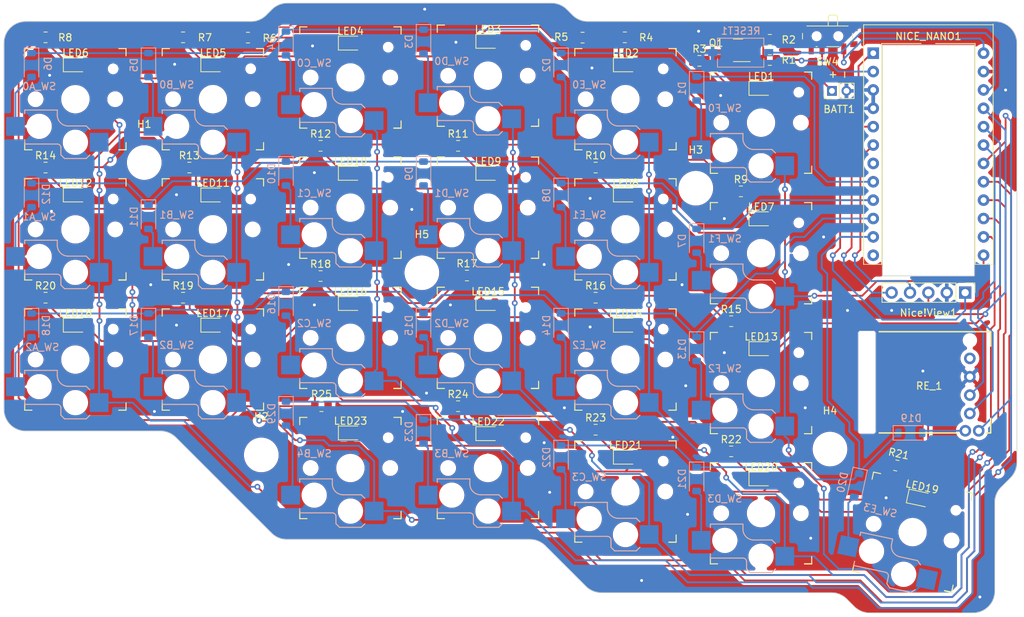
<source format=kicad_pcb>
(kicad_pcb (version 20221018) (generator pcbnew)
  (layers (0 "F.Cu" signal) (31 "B.Cu" signal) (34 "B.Paste" user) (35 "F.Paste" user) (36 "B.SilkS" user "B.Silkscreen") (37 "F.SilkS" user "F.Silkscreen") (38 "B.Mask" user) (39 "F.Mask" user) (44 "Edge.Cuts" user))
  (net 0 "")
  (net 1 "row0")
  (net 2 "Net-(D1-A)")
  (net 3 "Net-(D2-A)")
  (net 4 "Net-(D3-A)")
  (net 5 "Net-(D4-A)")
  (net 6 "Net-(D5-A)")
  (net 7 "Net-(D6-A)")
  (net 8 "row1")
  (net 9 "Net-(D7-A)")
  (net 10 "Net-(D8-A)")
  (net 11 "Net-(D9-A)")
  (net 12 "Net-(D10-A)")
  (net 13 "Net-(D11-A)")
  (net 14 "Net-(D12-A)")
  (net 15 "row2")
  (net 16 "Net-(D13-A)")
  (net 17 "Net-(D14-A)")
  (net 18 "Net-(D15-A)")
  (net 19 "Net-(D16-A)")
  (net 20 "Net-(D17-A)")
  (net 21 "Net-(D18-A)")
  (net 22 "CS")
  (net 23 "GND")
  (net 24 "VCC")
  (net 25 "SCK")
  (net 26 "MOSI")
  (net 27 "ENC_B")
  (net 28 "ENC_A")
  (net 29 "col0")
  (net 30 "col1")
  (net 31 "col2")
  (net 32 "col3")
  (net 33 "col4")
  (net 34 "Net-(LED1-K)")
  (net 35 "RST")
  (net 37 "Net-(D19-A)")
  (net 38 "Net-(D20-A)")
  (net 39 "Net-(D21-A)")
  (net 40 "Net-(D22-A)")
  (net 41 "Net-(D23-A)")
  (net 42 "Net-(LED2-K)")
  (net 44 "row3")
  (net 45 "Net-(LED3-K)")
  (net 46 "Net-(LED4-K)")
  (net 47 "Net-(LED5-K)")
  (net 48 "Net-(LED6-K)")
  (net 49 "Net-(LED7-K)")
  (net 50 "Net-(LED8-K)")
  (net 51 "Net-(LED9-K)")
  (net 52 "Net-(LED10-K)")
  (net 53 "Net-(LED11-K)")
  (net 54 "Net-(LED12-K)")
  (net 55 "Net-(LED13-K)")
  (net 56 "Net-(LED14-K)")
  (net 57 "Net-(LED15-K)")
  (net 58 "Net-(LED16-K)")
  (net 59 "Net-(LED17-K)")
  (net 60 "Net-(LED18-K)")
  (net 61 "Net-(LED19-K)")
  (net 62 "Net-(LED20-K)")
  (net 63 "Net-(LED21-K)")
  (net 64 "Net-(Q1-G)")
  (net 65 "BL_GND")
  (net 66 "BL_CTRL")
  (net 67 "Net-(LED22-K)")
  (net 68 "Net-(BATT1-+)")
  (net 69 "col5")
  (net 70 "VBATT")
  (net 71 "Net-(D29-A)")
  (net 72 "Net-(LED23-K)")
  (footprint "RolioSymbols:Kailh_socket_PG1350" (layer "F.Cu") (at 81.738 45.72)
    (fp_text reference "SW_B0")
    (fp_text value "SW_Push")
  )
  (footprint "Resistor_SMD:R_0805_2012Metric" (layer "F.Cu") (at 58.618 37.17)
    (fp_text reference "R8")
    (fp_text value "680")
  )
  (footprint "RolioSymbols:Kailh_socket_PG1350" (layer "F.Cu") (at 119.738 96.72)
    (fp_text reference "SW_B3")
    (fp_text value "SW_Push")
  )
  (footprint "MountingHole:MountingHole_4.3mm_M4" (layer "F.Cu") (at 148.456 58.032)
    (fp_text reference "H3")
    (fp_text value "MountingHole")
  )
  (footprint "RolioSymbols:Kailh_socket_PG1350" (layer "F.Cu") (at 100.738 96.72)
    (fp_text reference "SW_B4")
    (fp_text value "SW_Push")
  )
  (footprint "RolioSymbols:Kailh_socket_PG1350" (layer "F.Cu") (at 100.738 60.72)
    (fp_text reference "SW_C1")
    (fp_text value "SW_Push")
  )
  (footprint "LED_SMD:LED_0805_2012Metric" (layer "F.Cu") (at 119.758 37.715)
    (fp_text reference "LED3")
    (fp_text value "LED")
  )
  (footprint "RolioSymbols:Kailh_socket_PG1350" (layer "F.Cu") (at 81.738 63.72)
    (fp_text reference "SW_B1")
    (fp_text value "SW_Push")
  )
  (footprint "Resistor_SMD:R_0805_2012Metric" (layer "F.Cu") (at 96.618 52.17)
    (fp_text reference "R12")
    (fp_text value "680")
  )
  (footprint "LED_SMD:LED_0805_2012Metric" (layer "F.Cu") (at 119.758 73.965)
    (fp_text reference "LED15")
    (fp_text value "LED")
  )
  (footprint "Resistor_SMD:R_0805_2012Metric" (layer "F.Cu") (at 134.618 55.17)
    (fp_text reference "R10")
    (fp_text value "680")
  )
  (footprint "Connector_PinHeader_2.54mm:PinHeader_1x05_P2.54mm_Vertical" (layer "F.Cu") (at 185.6724 72.47 -90)
    (fp_text reference "Nice!View1")
    (fp_text value "~")
  )
  (footprint "MountingHole:MountingHole_4.3mm_M4" (layer "F.Cu") (at 166.998 94.1)
    (fp_text reference "H4")
    (fp_text value "MountingHole")
  )
  (footprint "LED_SMD:LED_0805_2012Metric" (layer "F.Cu") (at 100.758 37.965)
    (fp_text reference "LED4")
    (fp_text value "LED")
  )
  (footprint "LED_SMD:LED_0805_2012Metric" (layer "F.Cu") (at 157.4909 44.215)
    (fp_text reference "LED1")
    (fp_text value "LED")
  )
  (footprint "Resistor_SMD:R_0805_2012Metric" (layer "F.Cu") (at 158.688 37.506 180)
    (fp_text reference "R2")
    (fp_text value "10k")
  )
  (footprint "Resistor_SMD:R_0805_2012Metric" (layer "F.Cu") (at 176.157241 96.369007 -12)
    (fp_text reference "R21")
    (fp_text value "680")
  )
  (footprint "RolioSymbols:Kailh_socket_PG1350" (layer "F.Cu") (at 157.4709 48.97)
    (fp_text reference "SW_F0")
    (fp_text value "SW_Push")
  )
  (footprint "RolioSymbols:EVQWGD001" (layer "F.Cu") (at 180.6974 85.37 180)
    (fp_text reference "RE_1")
    (fp_text value "RotaryEncoder_Switch")
    (fp_line (start 7.4 -6.3) (end 7.4 7.3) (stroke (width 0.05)) (layer "Edge.Cuts"))
    (fp_line (start 7.7 7.6) (end 9.5 7.6) (stroke (width 0.05)) (layer "Edge.Cuts"))
    (fp_line (start 9.5 -6.6) (end 7.7 -6.6) (stroke (width 0.05)) (layer "Edge.Cuts"))
    (fp_line (start 9.8 7.3) (end 9.8 -6.3) (stroke (width 0.05)) (layer "Edge.Cuts"))
    (fp_arc (start 7.4 -6.3) (mid 7.487868 -6.512132) (end 7.7 -6.6) (stroke (width 0.05)) (layer "Edge.Cuts"))
    (fp_arc (start 7.7 7.6) (mid 7.487868 7.512132) (end 7.4 7.3) (stroke (width 0.05)) (layer "Edge.Cuts"))
    (fp_arc (start 9.5 -6.6) (mid 9.712132 -6.512132) (end 9.8 -6.3) (stroke (width 0.05)) (layer "Edge.Cuts"))
    (fp_arc (start 9.8 7.3) (mid 9.712132 7.512132) (end 9.5 7.6) (stroke (width 0.05)) (layer "Edge.Cuts"))
  )
  (footprint "MountingHole:MountingHole_4.3mm_M4" (layer "F.Cu") (at 72.256 54.476)
    (fp_text reference "H1")
    (fp_text value "MountingHole")
  )
  (footprint "LED_SMD:LED_0805_2012Metric" (layer "F.Cu") (at 157.4909 80.215)
    (fp_text reference "LED13")
    (fp_text value "LED")
  )
  (footprint "Resistor_SMD:R_0805_2012Metric" (layer "F.Cu") (at 96.618 70.17)
    (fp_text reference "R18")
    (fp_text value "680")
  )
  (footprint "Resistor_SMD:R_0805_2012Metric" (layer "F.Cu") (at 77.618 73.17)
    (fp_text reference "R19")
    (fp_text value "680")
  )
  (footprint "Resistor_SMD:R_0805_2012Metric" (layer "F.Cu") (at 58.618 55.17)
    (fp_text reference "R14")
    (fp_text value "680")
  )
  (footprint "Resistor_SMD:R_0805_2012Metric" (layer "F.Cu") (at 115.618 88.17)
    (fp_text reference "R24")
    (fp_text value "680")
  )
  (footprint "Resistor_SMD:R_0805_2012Metric" (layer "F.Cu") (at 158.688 40.3 180)
    (fp_text reference "R1")
    (fp_text value "470")
  )
  (footprint "LED_SMD:LED_0805_2012Metric" (layer "F.Cu") (at 100.758 91.865)
    (fp_text reference "LED23")
    (fp_text value "LED")
  )
  (footprint "RolioSymbols:Kailh_socket_PG1350" (layer "F.Cu") (at 62.738 81.72)
    (fp_text reference "SW_A2")
    (fp_text value "SW_Push")
  )
  (footprint "LED_SMD:LED_0805_2012Metric" (layer "F.Cu") (at 100.758 55.965)
    (fp_text reference "LED10")
    (fp_text value "LED")
  )
  (footprint "Button_Switch_SMD:SW_SPDT_PCM12" (layer "F.Cu") (at 166.65 37.332 180)
    (fp_text reference "SW4")
    (fp_text value "SW_DIP_x01")
  )
  (footprint "Resistor_SMD:R_0805_2012Metric" (layer "F.Cu") (at 58.618 73.17)
    (fp_text reference "R20")
    (fp_text value "680")
  )
  (footprint "RolioSymbols:Kailh_socket_PG1350" (layer "F.Cu") (at 119.738 60.72)
    (fp_text reference "SW_D1")
    (fp_text value "SW_Push")
  )
  (footprint "LED_SMD:LED_0805_2012Metric" (layer "F.Cu") (at 81.758 76.965)
    (fp_text reference "LED17")
    (fp_text value "LED")
  )
  (footprint "Resistor_SMD:R_0805_2012Metric" (layer "F.Cu") (at 86.5835 37.204)
    (fp_text reference "R6")
    (fp_text value "680")
  )
  (footprint "LED_SMD:LED_0805_2012Metric" (layer "F.Cu") (at 157.4909 98.215)
    (fp_text reference "LED20")
    (fp_text value "LED")
  )
  (footprint "Resistor_SMD:R_0805_2012Metric" (layer "F.Cu") (at 138.6535 37.17 180)
    (fp_text reference "R4")
    (fp_text value "680")
  )
  (footprint "RolioSymbols:Kailh_socket_PG1350" (layer "F.Cu") (at 138.738 81.72)
    (fp_text reference "SW_E2")
    (fp_text value "SW_Push")
  )
  (footprint "LED_SMD:LED_0805_2012Metric" (layer "F.Cu") (at 62.758 76.965)
    (fp_text reference "LED18")
    (fp_text value "LED")
  )
  (footprint "RolioSymbols:Kailh_socket_PG1350" (layer "F.Cu") (at 119.738 78.72)
    (fp_text reference "SW_D2")
    (fp_text value "SW_Push")
  )
  (footprint "RolioSymbols:Kailh_socket_PG1350" (layer "F.Cu") (at 138.738 45.72)
    (fp_text reference "SW_E0")
    (fp_text value "SW_Push")
  )
  (footprint "LED_SMD:LED_0805_2012Metric" (layer "F.Cu") (at 138.758 58.965)
    (fp_text reference "LED8")
    (fp_text value "LED")
  )
  (footprint "LED_SMD:LED_0805_2012Metric" (layer "F.Cu") (at 81.758 40.965)
    (fp_text reference "LED5")
    (fp_text value "LED")
  )
  (footprint "Resistor_SMD:R_0805_2012Metric" (layer "F.Cu") (at 115.618 52.17)
    (fp_text reference "R11")
    (fp_text value "680")
  )
  (footprint "RolioSymbols:Nice Nano" (layer "F.Cu") (at 172.9724 39.36)
    (fp_text reference "NICE_NANO1")
    (fp_text value "nice_nano")
  )
  (footprint "LED_SMD:LED_0805_2012Metric" (layer "F.Cu") (at 138.758 95.215)
    (fp_text reference "LED21")
    (fp_text value "LED")
  )
  (footprint "Resistor_SMD:R_0805_2012Metric" (layer "F.Cu") (at 153.3509 76.42)
    (fp_text reference "R15")
    (fp_text value "680")
  )
  (footprint "MountingHole:MountingHole_4.3mm_M4" (layer "F.Cu") (at 110.61 69.716)
    (fp_text reference "H5")
    (fp_text value "MountingHole")
  )
  (footprint "Resistor_SMD:R_0805_2012Metric" (layer "F.Cu") (at 153.3509 94.42)
    (fp_text reference "R22")
    (fp_text value "680")
  )
  (footprint "RolioSymbols:Kailh_socket_PG1350" (layer "F.Cu") (at 62.738 63.72)
    (fp_text reference "SW_A1")
    (fp_text value "SW_Push")
  )
  (footprint "Resistor_SMD:R_0805_2012Metric" (layer "F.Cu") (at 77.618 37.17)
    (fp_text reference "R7")
    (fp_text value "680")
  )
  (footprint "RolioSymbols:Kailh_socket_PG1350" (layer "F.Cu") (at 62.738 45.72)
    (fp_text reference "SW_A0")
    (fp_text value "SW_Push")
  )
  (footprint "Resistor_SMD:R_0805_2012Metric" (layer "F.Cu") (at 96.738 88.17)
    (fp_text reference "R25")
    (fp_text value "680")
  )
  (footprint "LED_SMD:LED_0805_2012Metric" (layer "F.Cu") (at 81.758 58.965)
    (fp_text reference "LED11")
    (fp_text value "LED")
  )
  (footprint "RolioSymbols:Kailh_socket_PG1350" (layer "F.Cu") (at 157.4709 84.97)
    (fp_text reference "SW_F2")
    (fp_text value "SW_Push")
  )
  (footprint "RolioSymbols:Kailh_socket_PG1350" (layer "F.Cu") (at 119.738 42.47)
    (fp_text reference "SW_D0")
    (fp_text value "SW_Push")
  )
  (footprint "Package_TO_SOT_SMD:SOT-23" (layer "F.Cu") (at 154.298 38.964 180)
    (fp_text reference "Q1")
    (fp_text value "AO3400A")
  )
  (footprint "Resistor_SMD:R_0805_2012Metric" (layer "F.Cu") (at 134.618 91.42)
    (fp_text reference "R23")
    (fp_text value "680")
  )
  (footprint "RolioSymbols:Kailh_socket_PG1350" (layer "F.Cu") (at 178.409564 105.588765 -12)
    (fp_text reference "SW_E3")
    (fp_text value "SW_Push")
  )
  (footprint "LED_SMD:LED_0805_2012Metric" (layer "F.Cu") (at 157.4909 62.26)
    (fp_text reference "LED7")
    (fp_text value "LED")
  )
  (footprint "Resistor_SMD:R_0805_2012Metric" (layer "F.Cu") (at 132.8115 37.204 180)
    (fp_text reference "R5")
    (fp_text value "680")
  )
  (footprint "RolioSymbols:Kailh_socket_PG1350" (layer "F.Cu") (at 157.4709 67.015)
    (fp_text reference "SW_F1")
    (fp_text value "SW_Push")
  )
  (footprint "Resistor_SMD:R_0805_2012Metric" (layer "F.Cu") (at 116.84 70.104)
    (fp_text reference "R17")
    (fp_text value "680")
  )
  (footprint "RolioSymbols:Kailh_socket_PG1350" (layer "F.Cu") (at 100.738 78.72)
    (fp_text reference "SW_C2")
    (fp_text value "SW_Push")
  )
  (footprint "Connector_PinHeader_2.00mm:PinHeader_1x02_P2.00mm_Vertical" (layer "F.Cu") (at 167.268 44.57 90)
    (fp_text reference "BATT1")
    (fp_text value "Battery_Cell")
  )
  (footprint "LED_SMD:LED_0805_2012Metric" (layer "F.Cu") (at 119.758 55.965)
    (fp_text reference "LED9")
    (fp_text value "LED")
  )
  (footprint "Resistor_SMD:R_0805_2012Metric" (layer "F.Cu") (at 134.618 73.17)
    (fp_text reference "R16")
    (fp_text value "680")
  )
  (footprint "LED_SMD:LED_0805_2012Metric" (layer "F.Cu") (at 138.758 76.965)
    (fp_text reference "LED14")
    (fp_text value "LED")
  )
  (footprint "RolioSymbols:Kailh_socket_PG1350" (layer "F.Cu") (at 138.738 63.72)
    (fp_text reference "SW_E1")
    (fp_text value "SW_Push")
  )
  (footprint "LED_SMD:LED_0805_2012Metric" (layer "F.Cu") (at 138.758 40.965)
    (fp_text reference "LED2")
    (fp_text value "LED")
  )
  (footprint "RolioSymbols:Kailh_socket_PG1350" (layer "F.Cu") (at 100.738 42.72)
    (fp_text reference "SW_C0")
    (fp_text value "SW_Push")
  )
  (footprint "MountingHole:MountingHole_4.3mm_M4" (layer "F.Cu") (at 88.4264 94.91)
    (fp_text reference "H2")
    (fp_text value "MountingHole")
  )
  (footprint "LED_SMD:LED_0805_2012Metric" (layer "F.Cu") (at 100.758 73.965)
    (fp_text reference "LED16")
    (fp_text value "LED")
  )
  (footprint "LED_SMD:LED_0805_2012Metric" (layer "F.Cu") (at 119.758 91.965)
    (fp_text reference "LED22")
    (fp_text value "LED")
  )
  (footprint "Resistor_SMD:R_0805_2012Metric" (layer "F.Cu") (at 154.686 58.465)
    (fp_text reference "R9")
    (fp_text value "680")
  )
  (footprint "RolioSymbols:Kailh_socket_PG1350" (layer "F.Cu") (at 138.738 99.97)
    (fp_text reference "SW_C3")
    (fp_text value "SW_Push")
  )
  (footprint "Resistor_SMD:R_0805_2012Metric" (layer "F.Cu") (at 148.9575 40.42)
    (fp_text reference "R3")
    (fp_text value "680")
  )
  (footprint "RolioSymbols:Kailh_socket_PG1350" (layer "F.Cu") (at 81.738 81.72)
    (fp_text reference "SW_B2")
    (fp_text value "SW_Push")
  )
  (footprint "RolioSymbols:Kailh_socket_PG1350" (layer "F.Cu") (at 157.4709 102.97)
    (fp_text reference "SW_D3")
    (fp_text value "SW_Push")
  )
  (footprint "LED_SMD:LED_0805_2012Metric" (layer "F.Cu") (at 62.758 40.965)
    (fp_text reference "LED6")
    (fp_text value "LED")
  )
  (footprint "Resistor_SMD:R_0805_2012Metric" (layer "F.Cu") (at 78.486 55.17)
    (fp_text reference "R13")
    (fp_text value "680")
  )
  (footprint "LED_SMD:LED_0805_2012Metric" (layer "F.Cu") (at 179.384968 100.934864 -12)
    (fp_text reference "LED19")
    (fp_text value "LED")
  )
  (footprint "LED_SMD:LED_0805_2012Metric" (layer "F.Cu") (at 62.758 58.965)
    (fp_text reference "LED12")
    (fp_text value "LED")
  )
  (footprint "Diode_SMD:D_SOD-123" (layer "B.Cu") (at 72.838 77.0025 -90)
    (fp_text reference "D17")
    (fp_text value "1N4148W")
  )
  (footprint "Diode_SMD:D_SOD-123" (layer "B.Cu") (at 91.838 56.0025 -90)
    (fp_text reference "D10")
    (fp_text value "1N4148W")
  )
  (footprint "Diode_SMD:D_SOD-123" (layer "B.Cu") (at 148.5709 80.2525 -90)
    (fp_text reference "D13")
    (fp_text value "1N4148W" hide)
  )
  (footprint "Diode_SMD:D_SOD-123" (layer "B.Cu") (at 148.5709 44.2525 -90)
    (fp_text reference "D1")
    (fp_text value "1N4148W" hide)
  )
  (footprint "Diode_SMD:D_SOD-123" (layer "B.Cu") (at 56.6764 59.0025 -90)
    (fp_text reference "D12")
    (fp_text value "1N4148W")
  )
  (footprint "Diode_SMD:D_SOD-123" (layer "B.Cu") (at 129.838 77.0025 -90)
    (fp_text reference "D14")
    (fp_text value "1N4148W")
  )
  (footprint "Diode_SMD:D_SOD-123" (layer "B.Cu") (at 110.838 77.0025 -90)
    (fp_text reference "D15")
    (fp_text value "1N4148W")
  )
  (footprint "Diode_SMD:D_SOD-123" (layer "B.Cu") (at 110.838 37.7525 -90)
    (fp_text reference "D3")
    (fp_text value "1N4148W")
  )
  (footprint "Diode_SMD:D_SOD-123" (layer "B.Cu") (at 129.838 95.2525 -90)
    (fp_text reference "D22")
    (fp_text value "1N4148W")
  )
  (footprint "Diode_SMD:D_SOD-123" (layer "B.Cu") (at 110.838 91.6825 -90)
    (fp_text reference "D23")
    (fp_text value "1N4148W")
  )
  (footprint "Diode_SMD:D_SOD-123" (layer "B.Cu") (at 72.838 62.0025 -90)
    (fp_text reference "D11")
    (fp_text value "1N4148W")
  )
  (footprint "Diode_SMD:D_SOD-123" (layer "B.Cu") (at 148.5709 65.2975 -90)
    (fp_text reference "D7")
    (fp_text value "1N4148W" hide)
  )
  (footprint "Diode_SMD:D_SOD-123" (layer "B.Cu") (at 170.684873 99.12394 -102)
    (fp_text reference "D20")
    (fp_text value "1N4148W")
  )
  (footprint "Diode_SMD:D_SOD-123" (layer "B.Cu") (at 91.838 89.194 -90)
    (fp_text reference "D29")
    (fp_text value "1N4148W")
  )
  (footprint "Diode_SMD:D_SOD-123" (layer "B.Cu") (at 91.838 38.0025 -90)
    (fp_text reference "D4")
    (fp_text value "1N4148W")
  )
  (footprint "Button_Switch_SMD:SW_Tactile_SPST_NO_Straight_CK_PTS636Sx25SMTRLFS" (layer "B.Cu") (at 154.6554 39.284 180)
    (fp_text reference "RESET1")
    (fp_text value "Reset")
  )
  (footprint "Diode_SMD:D_SOD-123" (layer "B.Cu") (at 129.838 41.0025 -90)
    (fp_text reference "D2")
    (fp_text value "1N4148W")
  )
  (footprint "Diode_SMD:D_SOD-123" (layer "B.Cu") (at 129.838 59.0025 -90)
    (fp_text reference "D8")
    (fp_text value "1N4148W")
  )
  (footprint "Diode_SMD:D_SOD-123" (layer "B.Cu") (at 56.6764 77.0025 -90)
    (fp_text reference "D18")
    (fp_text value "1N4148W")
  )
  (footprint "Diode_SMD:D_SOD-123" (layer "B.Cu") (at 72.838 41.0025 -90)
    (fp_text reference "D5")
    (fp_text value "1N4148W")
  )
  (footprint "Diode_SMD:D_SOD-123" (layer "B.Cu") (at 56.6764 41.0025 -90)
    (fp_text reference "D6")
    (fp_text value "1N4148W")
  )
  (footprint "Diode_SMD:D_SOD-123" (layer "B.Cu") (at 110.838 56.0025 -90)
    (fp_text reference "D9")
    (fp_text value "1N4148W")
  )
  (footprint "Diode_SMD:D_SOD-123" (layer "B.Cu") (at 178.0884 91.862)
    (fp_text reference "D19")
    (fp_text value "1N4148W")
  )
  (footprint "Diode_SMD:D_SOD-123" (layer "B.Cu") (at 148.5709 98.2525 -90)
    (fp_text reference "D21")
    (fp_text value "1N4148W")
  )
  (footprint "Diode_SMD:D_SOD-123" (layer "B.Cu") (at 91.838 74.0025 -90)
    (fp_text reference "D16")
    (fp_text value "1N4148W")
  )
  (gr_line (start 55.8664 91.608) (end 74.483759 91.608) (stroke (width 0.1)) (layer "Edge.Cuts"))
  (gr_arc (start 172.473041 116.754) (mid 171.324982 116.525652) (end 170.351721 115.875321) (stroke (width 0.1)) (layer "Edge.Cuts"))
  (gr_line (start 89.88172 33.30468) (end 89.099079 34.087321) (stroke (width 0.1)) (layer "Edge.Cuts"))
  (gr_arc (start 167.193759 113.96) (mid 168.34181 114.188362) (end 169.31508 114.83868) (stroke (width 0.1)) (layer "Edge.Cuts"))
  (gr_line (start 169.31508 114.83868) (end 170.351721 115.875321) (stroke (width 0.1)) (layer "Edge.Cuts"))
  (gr_arc (start 189.7724 113.754) (mid 188.89372 115.87532) (end 186.7724 116.754) (stroke (width 0.1)) (layer "Edge.Cuts"))
  (gr_line (start 86.977759 34.966) (end 55.8664 34.966) (stroke (width 0.1)) (layer "Edge.Cuts"))
  (gr_line (start 128.537759 32.426) (end 92.003041 32.426) (stroke (width 0.1)) (layer "Edge.Cuts"))
  (gr_arc (start 192.8204 95.953359) (mid 192.592052 97.101418) (end 191.941721 98.074679) (stroke (width 0.1)) (layer "Edge.Cuts"))
  (gr_arc (start 52.8664 37.966) (mid 53.74508 35.84468) (end 55.8664 34.966) (stroke (width 0.1)) (layer "Edge.Cuts"))
  (gr_arc (start 74.483759 91.608) (mid 75.63181 91.836362) (end 76.60508 92.48668) (stroke (width 0.1)) (layer "Edge.Cuts"))
  (gr_line (start 172.473041 116.754) (end 186.7724 116.754) (stroke (width 0.1)) (layer "Edge.Cuts"))
  (gr_arc (start 133.563041 34.966) (mid 132.41499 34.737638) (end 131.44172 34.08732) (stroke (width 0.1)) (layer "Edge.Cuts"))
  (gr_line (start 189.7724 113.754) (end 189.7724 101.486641) (stroke (width 0.1)) (layer "Edge.Cuts"))
  (gr_line (start 76.60508 92.48668) (end 89.833721 105.715321) (stroke (width 0.1)) (layer "Edge.Cuts"))
  (gr_line (start 192.8204 95.953359) (end 192.8204 37.966) (stroke (width 0.1)) (layer "Edge.Cuts"))
  (gr_line (start 189.8204 34.966) (end 133.563041 34.966) (stroke (width 0.1)) (layer "Edge.Cuts"))
  (gr_line (start 190.65108 99.36532) (end 191.941721 98.074679) (stroke (width 0.1)) (layer "Edge.Cuts"))
  (gr_arc (start 189.8204 34.966) (mid 191.94172 35.84468) (end 192.8204 37.966) (stroke (width 0.1)) (layer "Edge.Cuts"))
  (gr_arc (start 128.537759 32.426) (mid 129.685818 32.654348) (end 130.659079 33.304679) (stroke (width 0.1)) (layer "Edge.Cuts"))
  (gr_line (start 131.44172 34.08732) (end 130.659079 33.304679) (stroke (width 0.1)) (layer "Edge.Cuts"))
  (gr_line (start 135.389041 113.96) (end 167.193759 113.96) (stroke (width 0.1)) (layer "Edge.Cuts"))
  (gr_rect (start 174.2474 38.245) (end 186.9474 70.155) (stroke (width 0.1)) (fill none) (layer "Edge.Cuts"))
  (gr_arc (start 135.389041 113.96) (mid 134.240982 113.731652) (end 133.267721 113.081321) (stroke (width 0.1)) (layer "Edge.Cuts"))
  (gr_arc (start 125.537759 106.594) (mid 126.68581 106.822362) (end 127.65908 107.47268) (stroke (width 0.1)) (layer "Edge.Cuts"))
  (gr_arc (start 89.88172 33.30468) (mid 90.854993 32.654375) (end 92.003041 32.426) (stroke (width 0.1)) (layer "Edge.Cuts"))
  (gr_line (start 127.65908 107.47268) (end 133.267721 113.081321) (stroke (width 0.1)) (layer "Edge.Cuts"))
  (gr_arc (start 89.099079 34.087321) (mid 88.125809 34.737639) (end 86.977759 34.966) (stroke (width 0.1)) (layer "Edge.Cuts"))
  (gr_arc (start 55.8664 91.608) (mid 53.74508 90.72932) (end 52.8664 88.608) (stroke (width 0.1)) (layer "Edge.Cuts"))
  (gr_arc (start 189.7724 101.486641) (mid 190.000762 100.33859) (end 190.65108 99.36532) (stroke (width 0.1)) (layer "Edge.Cuts"))
  (gr_line (start 52.8664 37.966) (end 52.8664 88.608) (stroke (width 0.1)) (layer "Edge.Cuts"))
  (gr_line (start 91.955041 106.594) (end 125.537759 106.594) (stroke (width 0.1)) (layer "Edge.Cuts"))
  (gr_arc (start 91.955041 106.594) (mid 90.806982 106.365652) (end 89.833721 105.715321) (stroke (width 0.1)) (layer "Edge.Cuts"))
  (gr_text "+\n-" (at 169.538 43.046 90) (layer "F.SilkS") (effects (font (size 1 1)) (justify left bottom)))
  (segment (start 92.088 36.1025) (end 110.838 36.1025) (width 0.25) (layer "B.Cu") (net 1))
  (segment (start 126.588 36.1025) (end 129.838 39.3525) (width 0.25) (layer "B.Cu") (net 1))
  (segment (start 166.624 57.15) (end 166.634 57.14) (width 0.25) (layer "B.Cu") (net 1))
  (segment (start 91.838 36.3525) (end 92.088 36.1025) (width 0.25) (layer "B.Cu") (net 1))
  (segment (start 164.846 43.942) (end 164.846 55.372) (width 0.25) (layer "B.Cu") (net 1))
  (segment (start 164.846 55.372) (end 166.624 57.15) (width 0.25) (layer "B.Cu") (net 1))
  (segment (start 145.3209 39.3525) (end 148.5709 42.6025) (width 0.25) (layer "B.Cu") (net 1))
  (segment (start 72.838 39.3525) (end 88.838 39.3525) (width 0.25) (layer "B.Cu") (net 1))
  (segment (start 110.838 36.1025) (end 126.588 36.1025) (width 0.25) (layer "B.Cu") (net 1))
  (segment (start 88.838 39.3525) (end 91.838 36.3525) (width 0.25) (layer "B.Cu") (net 1))
  (segment (start 129.838 39.3525) (end 145.3209 39.3525) (width 0.25) (layer "B.Cu") (net 1))
  (segment (start 56.6764 39.3525) (end 72.838 39.3525) (width 0.25) (layer "B.Cu") (net 1))
  (segment (start 166.634 57.14) (end 172.9724 57.14) (width 0.25) (layer "B.Cu") (net 1))
  (segment (start 148.5709 42.6025) (end 163.5065 42.6025) (width 0.25) (layer "B.Cu") (net 1))
  (segment (start 163.5065 42.6025) (end 164.846 43.942) (width 0.25) (layer "B.Cu") (net 1))
  (segment (start 149.1959 52.72) (end 149.1959 46.5275) (width 0.25) (layer "B.Cu") (net 2))
  (segment (start 149.1959 46.5275) (end 148.5709 45.9025) (width 0.25) (layer "B.Cu") (net 2))
  (segment (start 130.463 49.47) (end 130.463 43.2775) (width 0.25) (layer "B.Cu") (net 3))
  (segment (start 130.463 43.2775) (end 129.838 42.6525) (width 0.25) (layer "B.Cu") (net 3))
  (segment (start 111.463 40.0275) (end 110.838 39.4025) (width 0.25) (layer "B.Cu") (net 4))
  (segment (start 111.463 46.22) (end 111.463 40.0275) (width 0.25) (layer "B.Cu") (net 4))
  (segment (start 92.463 46.47) (end 92.463 40.2775) (width 0.25) (layer "B.Cu") (net 5))
  (segment (start 92.463 40.2775) (end 91.838 39.6525) (width 0.25) (layer "B.Cu") (net 5))
  (segment (start 73.463 43.2775) (end 72.838 42.6525) (width 0.25) (layer "B.Cu") (net 6))
  (segment (start 73.463 49.47) (end 73.463 43.2775) (width 0.25) (layer "B.Cu") (net 6))
  (segment (start 54.463 49.47) (end 54.463 44.8659) (width 0.25) (layer "B.Cu") (net 7))
  (segment (start 54.463 44.8659) (end 56.6764 42.6525) (width 0.25) (layer "B.Cu") (net 7))
  (segment (start 56.6764 57.3525) (end 69.838 57.3525) (width 0.25) (layer "B.Cu") (net 8))
  (segment (start 91.838 54.3525) (end 110.838 54.3525) (width 0.25) (layer "B.Cu") (net 8))
  (segment (start 157.49 59.68) (end 153.5225 63.6475) (width 0.25) (layer "B.Cu") (net 8))
  (segment (start 126.838 54.3525) (end 129.838 57.3525) (width 0.25) (layer "B.Cu") (net 8))
  (segment (start 76.1265 57.064) (end 72.838 60.3525) (width 0.25) (layer "B.Cu") (net 8))
  (segment (start 172.9724 59.68) (end 157.49 59.68) (width 0.25) (layer "B.Cu") (net 8))
  (segment (start 145.8304 61.128) (end 148.3499 63.6475) (width 0.25) (layer "B.Cu") (net 8))
  (segment (start 88.4264 54.524) (end 91.6665 54.524) (width 0.25) (layer "B.Cu") (net 8))
  (segment (start 85.8864 57.064) (end 88.4264 54.524) (width 0.25) (layer "B.Cu") (net 8))
  (segment (start 129.838 57.3525) (end 143.8329 57.3525) (width 0.25) (layer "B.Cu") (net 8))
  (segment (start 148.5709 63.6475) (end 153.5225 63.6475) (width 0.25) (layer "B.Cu") (net 8))
  (segment (start 91.6665 54.524) (end 91.838 54.3525) (width 0.25) (layer "B.Cu") (net 8))
  (segment (start 69.838 57.3525) (end 72.838 60.3525) (width 0.25) (layer "B.Cu") (net 8))
  (segment (start 110.838 54.3525) (end 126.838 54.3525) (width 0.25) (layer "B.Cu") (net 8))
  (segment (start 85.8864 57.064) (end 76.1265 57.064) (width 0.25) (layer "B.Cu") (net 8))
  (segment (start 148.3499 63.6475) (end 148.5709 63.6475) (width 0.25) (layer "B.Cu") (net 8))
  (segment (start 145.8304 59.35) (end 145.8304 61.128) (width 0.25) (layer "B.Cu") (net 8))
  (segment (start 143.8329 57.3525) (end 145.8304 59.35) (width 0.25) (layer "B.Cu") (net 8))
  (segment (start 149.1959 67.5725) (end 148.5709 66.9475) (width 0.25) (layer "B.Cu") (net 9))
  (segment (start 149.1959 70.765) (end 149.1959 67.5725) (width 0.25) (layer "B.Cu") (net 9))
  (segment (start 130.463 67.47) (end 130.463 61.2775) (width 0.25) (layer "B.Cu") (net 10))
  (segment (start 130.463 61.2775) (end 129.838 60.6525) (width 0.25) (layer "B.Cu") (net 10))
  (segment (start 111.463 58.2775) (end 110.838 57.6525) (width 0.25) (layer "B.Cu") (net 11))
  (segment (start 111.463 64.47) (end 111.463 58.2775) (width 0.25) (layer "B.Cu") (net 11))
  (segment (start 92.463 64.47) (end 92.463 58.2775) (width 0.25) (layer "B.Cu") (net 12))
  (segment (start 92.463 58.2775) (end 91.838 57.6525) (width 0.25) (layer "B.Cu") (net 12))
  (segment (start 73.463 64.2775) (end 72.838 63.6525) (width 0.25) (layer "B.Cu") (net 13))
  (segment (start 73.463 67.47) (end 73.463 64.2775) (width 0.25) (layer "B.Cu") (net 13))
  (segment (start 54.463 62.8659) (end 56.6764 60.6525) (width 0.25) (layer "B.Cu") (net 14))
  (segment (start 54.463 67.47) (end 54.463 62.8659) (width 0.25) (layer "B.Cu") (net 14))
  (segment (start 56.6764 75.3525) (end 72.838 75.3525) (width 0.25) (layer "B.Cu") (net 15))
  (segment (start 148.5709 77.9971) (end 148.5709 78.6025) (width 0.25) (layer "B.Cu") (net 15))
  (segment (start 73.4399 75.3525) (end 73.9484 74.844) (width 0.25) (layer "B.Cu") (net 15))
  (segment (start 87.4104 74.844) (end 89.9019 72.3525) (width 0.25) (layer "B.Cu") (net 15))
  (segment (start 73.9484 74.844) (end 87.4104 74.844) (width 0.25) (layer "B.Cu") (net 15))
  (segment (start 110.838 75.3525) (end 113.3785 72.812) (width 0.25) (layer "B.Cu") (net 15))
  (segment (start 160.782 68.072) (end 159.004 69.85) (width 0.25) (layer "B.Cu") (net 15))
  (segment (start 162.052 64.77) (end 160.782 66.04) (width 0.25) (layer "B.Cu") (net 15))
  (segment (start 72.838 75.3525) (end 73.4399 75.3525) (width 0.25) (layer "B.Cu") (net 15))
  (segment (start 160.782 66.04) (end 160.782 68.072) (width 0.25) (layer "B.Cu") (net 15))
  (segment (start 127.5424 72.812) (end 129.838 75.1076) (width 0.25) (layer "B.Cu") (net 15))
  (segment (start 113.3785 72.812) (end 127.5424 72.812) (width 0.25) (layer "B.Cu") (net 15))
  (segment (start 107.838 72.3525) (end 110.838 75.3525) (width 0.25) (layer "B.Cu") (net 15))
  (segment (start 172.9724 62.22) (end 166.032216 62.22) (width 0.25) (layer "B.Cu") (net 15))
  (segment (start 156.718 69.85) (end 148.5709 77.9971) (width 0.25) (layer "B.Cu") (net 15))
  (segment (start 166.032216 62.22) (end 163.482216 64.77) (width 0.25) (layer "B.Cu") (net 15))
  (segment (start 91.838 72.3525) (end 107.838 72.3525) (width 0.25) (layer "B.Cu") (net 15))
  (segment (start 163.482216 64.77) (end 162.052 64.77) (width 0.25) (layer "B.Cu") (net 15))
  (segment (start 129.838 75.1076) (end 129.838 75.3525) (width 0.25) (layer "B.Cu") (net 15))
  (segment (start 89.9019 72.3525) (end 91.838 72.3525) (width 0.25) (layer "B.Cu") (net 15))
  (segment (start 129.838 75.3525) (end 145.3209 75.3525) (width 0.25) (layer "B.Cu") (net 15))
  (segment (start 145.3209 75.3525) (end 148.5709 78.6025) (width 0.25) (layer "B.Cu") (net 15))
  (segment (start 159.004 69.85) (end 156.718 69.85) (width 0.25) (layer "B.Cu") (net 15))
  (segment (start 149.1959 88.72) (end 149.1959 82.5275) (width 0.25) (layer "B.Cu") (net 16))
  (segment (start 149.1959 82.5275) (end 148.5709 81.9025) (width 0.25) (layer "B.Cu") (net 16))
  (segment (start 130.463 85.47) (end 130.463 79.2775) (width 0.25) (layer "B.Cu") (net 17))
  (segment (start 130.463 79.2775) (end 129.838 78.6525) (width 0.25) (layer "B.Cu") (net 17))
  (segment (start 111.463 79.2775) (end 110.838 78.6525) (width 0.25) (layer "B.Cu") (net 18))
  (segment (start 111.463 82.47) (end 111.463 79.2775) (width 0.25) (layer "B.Cu") (net 18))
  (segment (start 92.463 82.47) (end 92.463 76.2775) (width 0.25) (layer "B.Cu") (net 19))
  (segment (start 92.463 76.2775) (end 91.838 75.6525) (width 0.25) (layer "B.Cu") (net 19))
  (segment (start 73.463 79.2775) (end 72.838 78.6525) (width 0.25) (layer "B.Cu") (net 20))
  (segment (start 73.463 85.47) (end 73.463 79.2775) (width 0.25) (layer "B.Cu") (net 20))
  (segment (start 54.463 80.8659) (end 56.6764 78.6525) (width 0.25) (layer "B.Cu") (net 21))
  (segment (start 54.463 85.47) (end 54.463 80.8659) (width 0.25) (layer "B.Cu") (net 21))
  (segment (start 167.386 67.31) (end 168.402 66.294) (width 0.25) (layer "F.Cu") (net 22))
  (segment (start 172.73 39.36) (end 172.9724 39.36) (width 0.25) (layer "F.Cu") (net 22))
  (segment (start 168.402 66.294) (end 168.402 50.546) (width 0.25) (layer "F.Cu") (net 22))
  (segment (start 170.942 48.006) (end 170.942 41.148) (width 0.25) (layer "F.Cu") (net 22))
  (segment (start 168.402 50.546) (end 170.942 48.006) (width 0.25) (layer "F.Cu") (net 22))
  (segment (start 170.942 41.148) (end 172.73 39.36) (width 0.25) (layer "F.Cu") (net 22))
  (via (at 167.386 67.31) (size 0.8) (drill 0.4) (layers "F.Cu" "B.Cu") (net 22))
  (segment (start 174.244 76.2) (end 184.404 76.2) (width 0.25) (layer "B.Cu") (net 22))
  (segment (start 185.6724 74.9316) (end 185.6724 72.47) (width 0.25) (layer "B.Cu") (net 22))
  (segment (start 167.386 69.342) (end 174.244 76.2) (width 0.25) (layer "B.Cu") (net 22))
  (segment (start 167.386 67.31) (end 167.386 69.342) (width 0.25) (layer "B.Cu") (net 22))
  (segment (start 184.404 76.2) (end 185.6724 74.9316) (width 0.25) (layer "B.Cu") (net 22))
  (via (at 114.554 74.168) (size 0.8) (drill 0.4) (layers "F.Cu" "B.Cu") (net 23))
  (via (at 107.95 88.9) (size 0.8) (drill 0.4) (layers "F.Cu" "B.Cu") (net 23))
  (via (at 147.32 103.124) (size 0.8) (drill 0.4) (layers "F.Cu" "B.Cu") (net 23))
  (via (at 76.708 58.928) (size 0.8) (drill 0.4) (layers "F.Cu" "B.Cu") (net 23))
  (via (at 134.112 41.402) (size 0.8) (drill 0.4) (layers "F.Cu" "B.Cu") (net 23))
  (via (at 92.202 68.58) (size 0.8) (drill 0.4) (layers "F.Cu" "B.Cu") (net 23))
  (via (at 95.758 55.88) (size 0.8) (drill 0.4) (layers "F.Cu" "B.Cu") (net 23))
  (via (at 147.066 85.344) (size 0.8) (drill 0.4) (layers "F.Cu" "B.Cu") (net 23))
  (via (at 115.316 37.846) (size 0.8) (drill 0.4) (layers "F.Cu" "B.Cu") (net 23))
  (via (at 73.152 71.374) (size 0.8) (drill 0.4) (layers "F.Cu" "B.Cu") (net 23))
  (via (at 133.858 77.216) (size 0.8) (drill 0.4) (layers "F.Cu" "B.Cu") (net 23))
  (via (at 146.558 71.374) (size 0.8) (drill 0.4) (layers "F.Cu" "B.Cu") (net 23))
  (via (at 109.22 60.96) (size 0.8) (drill 0.4) (layers "F.Cu" "B.Cu") (net 23))
  (via (at 130.302 88.392) (size 0.8) (drill 0.4) (layers "F.Cu" "B.Cu") (net 23))
  (via (at 59.436 61.214) (size 0.8) (drill 0.4) (layers "F.Cu" "B.Cu") (net 23))
  (via (at 133.858 59.436) (size 0.8) (drill 0.4) (layers "F.Cu" "B.Cu") (net 23))
  (via (at 145.288 92.456) (size 0.8) (drill 0.4) (layers "F.Cu" "B.Cu") (net 23))
  (via (at 191.262 44.45) (size 0.8) (drill 0.4) (layers "F.Cu" "B.Cu") (net 23))
  (via (at 140.97 112.268) (size 0.8) (drill 0.4) (layers "F.Cu" "B.Cu") (net 23))
  (via (at 73.66 88.9) (size 0.8) (drill 0.4) (layers "F.Cu" "B.Cu") (net 23))
  (via (at 164.338 106.426) (size 0.8) (drill 0.4) (layers "F.Cu" "B.Cu") (net 23))
  (via (at 169.418 74.93) (size 0.8) (drill 0.4) (layers "F.Cu" "B.Cu") (net 23))
  (via (at 127.508 68.58) (size 0.8) (drill 0.4) (layers "F.Cu" "B.Cu") (net 23))
  (via (at 128.27 100.076) (size 0.8) (drill 0.4) (layers "F.Cu" "B.Cu") (net 23))
  (via (at 152.4 80.772) (size 0.8) (drill 0.4) (layers "F.Cu" "B.Cu") (net 23))
  (via (at 175.514 74.93) (size 0.8) (drill 0.4) (layers "F.Cu" "B.Cu") (net 23))
  (via (at 95.758 74.168) (size 0.8) (drill 0.4) (layers "F.Cu" "B.Cu") (net 23))
  (via (at 174.752 100.838) (size 0.8) (drill 0.4) (layers "F.Cu" "B.Cu") (net 23))
  (via (at 187.706 114.554) (size 0.8) (drill 0.4) (layers "F.Cu" "B.Cu") (net 23))
  (via (at 179.832 83.312) (size 0.8) (drill 0.4) (layers "F.Cu" "B.Cu") (net 23))
  (via (at 76.454 40.894) (size 0.8) (drill 0.4) (layers "F.Cu" "B.Cu") (net 23))
  (via (at 110.998 33.274) (size 0.8) (drill 0.4) (layers "F.Cu" "B.Cu") (net 23))
  (via (at 76.708 76.962) (size 0.8) (drill 0.4) (layers "F.Cu" "B.Cu") (net 23))
  (via (at 111.252 86.36) (size 0.8) (drill 0.4) (layers "F.Cu" "B.Cu") (net 23))
  (via (at 163.576 88.392) (size 0.8) (drill 0.4) (layers "F.Cu" "B.Cu") (net 23))
  (via (at 152.4 62.23) (size 0.8) (drill 0.4) (layers "F.Cu" "B.Cu") (net 23))
  (via (at 127.508 93.218) (size 0.8) (drill 0.4) (layers "F.Cu" "B.Cu") (net 23))
  (via (at 166.116 64.77) (size 0.8) (drill 0.4) (layers "F.Cu" "B.Cu") (net 23))
  (via (at 59.182 42.418) (size 0.8) (drill 0.4) (layers "F.Cu" "B.Cu") (net 23))
  (via (at 151.892 45.212) (size 0.8) (drill 0.4) (layers "F.Cu" "B.Cu") (net 23))
  (via (at 148.844 36.322) (size 0.8) (drill 0.4) (layers "F.Cu" "B.Cu") (net 23))
  (via (at 95.504 38.354) (size 0.8) (drill 0.4) (layers "F.Cu" "B.Cu") (net 23))
  (segment (start 172.9724 44.44) (end 172.9724 46.98) (width 0.25) (layer "B.Cu") (net 23))
  (segment (start 63.6955 76.965) (end 64.1314 76.965) (width 0.25) (layer "F.Cu") (net 24))
  (segment (start 63.6955 60.0191) (end 64.5504 60.874) (width 0.25) (layer "F.Cu") (net 24))
  (segment (start 99.8564 39.792) (end 86.1404 39.792) (width 0.25) (layer "F.Cu") (net 24))
  (segment (start 158.4284 99.33) (end 157.7684 99.99) (width 0.25) (layer "F.Cu") (net 24))
  (segment (start 70.612 60.874) (end 82.0764 60.874) (width 0.25) (layer "F.Cu") (net 24))
  (segment (start 148.8784 64.176) (end 157.7684 64.176) (width 0.25) (layer "F.Cu") (net 24))
  (segment (start 120.1764 93.64) (end 122.4624 93.64) (width 0.25) (layer "F.Cu") (net 24))
  (segment (start 139.6955 40.965) (end 139.6955 42.5471) (width 0.25) (layer "F.Cu") (net 24))
  (segment (start 102.1424 39.792) (end 101.6955 39.3451) (width 0.25) (layer "F.Cu") (net 24))
  (segment (start 139.6955 96.2189) (end 139.6955 95.215) (width 0.25) (layer "F.Cu") (net 24))
  (segment (start 158.4284 44.215) (end 158.4284 45.736) (width 0.25) (layer "F.Cu") (net 24))
  (segment (start 159.815 80.215) (end 163.322 76.708) (width 0.25) (layer "F.Cu") (net 24))
  (segment (start 86.1404 39.792) (end 83.0924 42.84) (width 0.25) (layer "F.Cu") (net 24))
  (segment (start 180.301981 101.840419) (end 180.301981 101.129781) (width 0.25) (layer "F.Cu") (net 24))
  (segment (start 63.6955 42.4931) (end 64.0424 42.84) (width 0.25) (layer "F.Cu") (net 24))
  (segment (start 158.4284 45.736) (end 157.7684 46.396) (width 0.25) (layer "F.Cu") (net 24))
  (segment (start 128.8124 75.86) (end 131.8604 78.908) (width 0.25) (layer "F.Cu") (net 24))
  (segment (start 138.7184 97.196) (end 139.6955 96.2189) (width 0.25) (layer "F.Cu") (net 24))
  (segment (start 142.7824 97.704) (end 150.1484 97.704) (width 0.25) (layer "F.Cu") (net 24))
  (segment (start 149.1324 46.396) (end 157.7684 46.396) (width 0.25) (layer "F.Cu") (net 24))
  (segment (start 63.6955 56.1925) (end 64.77 55.118) (width 0.25) (layer "F.Cu") (net 24))
  (segment (start 182.118 75.438) (end 188.468 75.438) (width 0.25) (layer "F.Cu") (net 24))
  (segment (start 145.5764 60.874) (end 148.8784 64.176) (width 0.25) (layer "F.Cu") (net 24))
  (segment (start 101.6955 57.2569) (end 101.6955 55.965) (width 0.25) (layer "F.Cu") (net 24))
  (segment (start 150.1484 97.704) (end 152.4344 99.99) (width 0.25) (layer "F.Cu") (net 24))
  (segment (start 161.376 101.092) (end 164.084 101.092) (width 0.25) (layer "F.Cu") (net 24))
  (segment (start 157.0064 82.464) (end 158.4284 81.042) (width 0.25) (layer "F.Cu") (net 24))
  (segment (start 131.8604 42.84) (end 139.9884 42.84) (width 0.25) (layer "F.Cu") (net 24))
  (segment (start 158.4284 98.215) (end 158.4284 99.33) (width 0.25) (layer "F.Cu") (net 24))
  (segment (start 66.548 55.118) (end 67.564 54.102) (width 0.25) (layer "F.Cu") (net 24))
  (segment (start 120.4304 39.792) (end 128.8124 39.792) (width 0.25) (layer "F.Cu") (net 24))
  (segment (start 131.8604 60.874) (end 138.9724 60.874) (width 0.25) (layer "F.Cu") (net 24))
  (segment (start 180.5924 73.9124) (end 182.118 75.438) (width 0.25) (layer "F.Cu") (net 24))
  (segment (start 158.4284 81.042) (end 158.4284 80.215) (width 0.25) (layer "F.Cu") (net 24))
  (segment (start 101.3804 39.792) (end 120.4304 39.792) (width 0.25) (layer "F.Cu") (net 24))
  (segment (start 101.6955 75.2909) (end 101.1264 75.86) (width 0.25) (layer "F.Cu") (net 24))
  (segment (start 101.1264 75.86) (end 120.1764 75.86) (width 0.25) (layer "F.Cu") (net 24))
  (segment (start 82.6955 60.2549) (end 82.6955 58.965) (width 0.25) (layer "F.Cu") (net 24))
  (segment (start 120.1764 93.64) (end 103.4705 93.64) (width 0.25) (layer "F.Cu") (net 24))
  (segment (start 101.6955 39.3451) (end 101.6955 37.965) (width 0.25) (layer "F.Cu") (net 24))
  (segment (start 120.6955 57.0529) (end 120.6955 55.965) (width 0.25) (layer "F.Cu") (net 24))
  (segment (start 128.8124 39.792) (end 131.8604 42.84) (width 0.25) (layer "F.Cu") (net 24))
  (segment (start 120.6955 37.715) (end 120.6955 39.5491) (width 0.25) (layer "F.Cu") (net 24))
  (segment (start 128.8124 39.792) (end 99.8564 39.792) (width 0.25) (layer "F.Cu") (net 24))
  (segment (start 165.776 102.784) (end 179.3584 102.784) (width 0.25) (layer "F.Cu") (net 24))
  (segment (start 94.5224 75.86) (end 101.1264 75.86) (width 0.25) (layer "F.Cu") (net 24))
  (segment (start 187.198 76.708) (end 188.468 75.438) (width 0.25) (layer "F.Cu") (net 24))
  (segment (start 142.5284 79.416) (end 147.6084 79.416) (width 0.25) (layer "F.Cu") (net 24))
  (segment (start 120.1764 75.86) (end 120.6955 75.3409) (width 0.25) (layer "F.Cu") (net 24))
  (segment (start 100.8724 58.08) (end 119.6684 58.08) (width 0.25) (layer "F.Cu") (net 24))
  (segment (start 63.6955 40.965) (end 63.6955 42.4931) (width 0.25) (layer "F.Cu") (net 24))
  (segment (start 102.1424 39.792) (end 101.3804 39.792) (width 0.25) (layer "F.Cu") (net 24))
  (segment (start 138.9724 60.874) (end 145.5764 60.874) (width 0.25) (layer "F.Cu") (net 24))
  (segment (start 82.6955 76.965) (end 84.8925 79.162) (width 0.25) (layer "F.Cu") (net 24))
  (segment (start 96.144316 58.08) (end 100.8724 58.08) (width 0.25) (layer "F.Cu") (net 24))
  (segment (start 70.612 79.162) (end 80.4985 79.162) (width 0.25) (layer "F.Cu") (net 24))
  (segment (start 64.5504 60.874) (end 70.612 60.874) (width 0.25) (layer "F.Cu") (net 24))
  (segment (start 65.786 44.5836) (end 65.786 46.228) (width 0.25) (layer "F.Cu") (net 24))
  (segment (start 129.0664 58.08) (end 131.8604 60.874) (width 0.25) (layer "F.Cu") (net 24))
  (segment (start 138.9724 60.874) (end 139.6955 60.1509) (width 0.25) (layer "F.Cu") (net 24))
  (segment (start 120.6955 93.3749) (end 120.6955 91.965) (width 0.25) (layer "F.Cu") (net 24))
  (segment (start 180.557 87.413) (end 182.88 85.09) (width 0.25) (layer "F.Cu") (net 24))
  (segment (start 122.4624 93.64) (end 123.4784 94.656) (width 0.25) (layer "F.Cu") (net 24))
  (segment (start 152.4344 99.99) (end 157.7684 99.99) (width 0.25) (layer "F.Cu") (net 24))
  (segment (start 120.1764 75.86) (end 128.8124 75.86) (width 0.25) (layer "F.Cu") (net 24))
  (segment (start 157.7684 99.99) (end 160.274 99.99) (width 0.25) (layer "F.Cu") (net 24))
  (segment (start 100.8724 58.08) (end 101.6955 57.2569) (width 0.25) (layer "F.Cu") (net 24))
  (segment (start 138.7184 97.196) (end 142.2744 97.196) (width 0.25) (layer "F.Cu") (net 24))
  (segment (start 70.612 72.39) (end 70.612 60.874) (width 0.25) (layer "F.Cu") (net 24))
  (segment (start 142.0204 78.908) (end 142.5284 79.416) (width 0.25) (layer "F.Cu") (net 24))
  (segment (start 82.0764 60.874) (end 93.350316 60.874) (width 0.25) (layer "F.Cu") (net 24))
  (segment (start 63.6955 58.965) (end 63.6955 60.0191) (width 0.25) (layer "F.Cu") (net 24))
  (segment (start 142.2744 97.196) (end 142.7824 97.704) (width 0.25) (layer "F.Cu") (net 24))
  (segment (start 103.4705 93.64) (end 101.6955 91.865) (width 0.25) (layer "F.Cu") (net 24))
  (segment (start 182.88 79.756) (end 185.928 76.708) (width 0.25) (layer "F.Cu") (net 24))
  (segment (start 65.786 46.228) (end 68.834 49.276) (width 0.25) (layer "F.Cu") (net 24))
  (segment (start 91.2204 79.162) (end 94.5224 75.86) (width 0.25) (layer "F.Cu") (net 24))
  (segment (start 80.4985 79.162) (end 82.6955 76.965) (width 0.25) (layer "F.Cu") (net 24))
  (segment (start 131.6064 94.656) (end 134.1464 97.196) (width 0.25) (layer "F.Cu") (net 24))
  (segment (start 101.3804 39.792) (end 99.8564 39.792) (width 0.25) (layer "F.Cu") (net 24))
  (segment (start 119.6684 58.08) (end 120.6955 57.0529) (width 0.25) (layer "F.Cu") (net 24))
  (segment (start 93.350316 60.874) (end 96.144316 58.08) (width 0.25) (layer "F.Cu") (net 24))
  (segment (start 64.0424 42.84) (end 65.786 44.5836) (width 0.25) (layer "F.Cu") (net 24))
  (segment (start 182.88 85.09) (end 182.88 79.756) (width 0.25) (layer "F.Cu") (net 24))
  (segment (start 160.274 99.99) (end 161.376 101.092) (width 0.25) (layer "F.Cu") (net 24))
  (segment (start 70.612 79.162) (end 70.612 74.168) (width 0.25) (layer "F.Cu") (net 24))
  (segment (start 120.4304 93.64) (end 120.6955 93.3749) (width 0.25) (layer "F.Cu") (net 24))
  (segment (start 180.301981 101.129781) (end 180.557 100.874762) (width 0.25) (layer "F.Cu") (net 24))
  (segment (start 64.0424 42.84) (end 83.0924 42.84) (width 0.25) (layer "F.Cu") (net 24))
  (segment (start 123.4784 94.656) (end 131.6064 94.656) (width 0.25) (layer "F.Cu") (net 24))
  (segment (start 145.5764 42.84) (end 149.1324 46.396) (width 0.25) (layer "F.Cu") (net 24))
  (segment (start 158.4284 63.516) (end 158.4284 62.26) (width 0.25) (layer "F.Cu") (net 24))
  (segment (start 134.1464 97.196) (end 138.7184 97.196) (width 0.25) (layer "F.Cu") (net 24))
  (segment (start 180.557 100.874762) (end 180.557 87.413) (width 0.25) (layer "F.Cu") (net 24))
  (segment (start 119.6684 58.08) (end 129.0664 58.08) (width 0.25) (layer "F.Cu") (net 24))
  (segment (start 64.77 55.118) (end 66.548 55.118) (width 0.25) (layer "F.Cu") (net 24))
  (segment (start 157.7684 64.176) (end 158.4284 63.516) (width 0.25) (layer "F.Cu") (net 24))
  (segment (start 84.8925 79.162) (end 91.2204 79.162) (width 0.25) (layer "F.Cu") (net 24))
  (segment (start 63.6955 58.965) (end 63.6955 56.1925) (width 0.25) (layer "F.Cu") (net 24))
  (segment (start 163.322 76.708) (end 187.198 76.708) (width 0.25) (layer "F.Cu") (net 24))
  (segment (start 164.084 101.092) (end 165.776 102.784) (width 0.25) (layer "F.Cu") (net 24))
  (segment (start 66.3284 79.162) (end 70.612 79.162) (width 0.25) (layer "F.Cu") (net 24))
  (segment (start 139.6955 76.965) (end 139.6955 78.6495) (width 0.25) (layer "F.Cu") (net 24))
  (segment (start 158.4284 80.215) (end 159.815 80.215) (width 0.25) (layer "F.Cu") (net 24))
  (segment (start 120.4304 39.792) (end 120.9384 39.792) (width 0.25) (layer "F.Cu") (net 24))
  (segment (start 147.6084 79.416) (end 150.6564 82.464) (width 0.25) (layer "F.Cu") (net 24))
  (segment (start 120.6955 75.3409) (end 120.6955 73.965) (width 0.25) (layer "F.Cu") (net 24))
  (segment (start 185.928 76.708) (end 187.198 76.708) (width 0.25) (layer "F.Cu") (net 24))
  (segment (start 180.5924 72.47) (end 180.5924 73.9124) (width 0.25) (layer "F.Cu") (net 24))
  (segment (start 139.6955 42.5471) (end 139.9884 42.84) (width 0.25) (layer "F.Cu") (net 24))
  (segment (start 139.954 78.908) (end 142.0204 78.908) (width 0.25) (layer "F.Cu") (net 24))
  (segment (start 64.1314 76.965) (end 66.3284 79.162) (width 0.25) (layer "F.Cu") (net 24))
  (segment (start 131.8604 78.908) (end 139.954 78.908) (width 0.25) (layer "F.Cu") (net 24))
  (segment (start 139.6955 78.6495) (end 139.954 78.908) (width 0.25) (layer "F.Cu") (net 24))
  (segment (start 82.0764 60.874) (end 82.6955 60.2549) (width 0.25) (layer "F.Cu") (net 24))
  (segment (start 139.6955 60.1509) (end 139.6955 58.965) (width 0.25) (layer "F.Cu") (net 24))
  (segment (start 120.4304 93.64) (end 120.1764 93.64) (width 0.25) (layer "F.Cu") (net 24))
  (segment (start 82.6955 42.4431) (end 83.0924 42.84) (width 0.25) (layer "F.Cu") (net 24))
  (segment (start 179.3584 102.784) (end 180.301981 101.840419) (width 0.25) (layer "F.Cu") (net 24))
  (segment (start 101.6955 73.965) (end 101.6955 75.2909) (width 0.25) (layer "F.Cu") (net 24))
  (segment (start 150.6564 82.464) (end 157.0064 82.464) (width 0.25) (layer "F.Cu") (net 24))
  (segment (start 139.9884 42.84) (end 145.5764 42.84) (width 0.25) (layer "F.Cu") (net 24))
  (segment (start 120.6955 39.5491) (end 120.9384 39.792) (width 0.25) (layer "F.Cu") (net 24))
  (segment (start 82.6955 40.965) (end 82.6955 42.4431) (width 0.25) (layer "F.Cu") (net 24))
  (via (at 70.612 72.39) (size 0.8) (drill 0.4) (layers "F.Cu" "B.Cu") (net 24))
  (via (at 67.564 54.102) (size 0.8) (drill 0.4) (layers "F.Cu" "B.Cu") (net 24))
  (via (at 70.612 74.168) (size 0.8) (drill 0.4) (layers "F.Cu" "B.Cu") (net 24))
  (via (at 188.468 75.438) (size 0.8) (drill 0.4) (layers "F.Cu" "B.Cu") (net 24))
  (via (at 68.834 49.276) (size 0.8) (drill 0.4) (layers "F.Cu" "B.Cu") (net 24))
  (segment (start 68.834 49.276) (end 68.834 52.832) (width 0.25) (layer "B.Cu") (net 24))
  (segment (start 188.2124 46.98) (end 191.2662 50.0338) (width 0.25) (layer "B.Cu") (net 24))
  (segment (start 191.2662 50.0338) (end 191.262 50.038) (width 0.25) (layer "B.Cu") (net 24))
  (segment (start 191.262 72.39) (end 188.468 75.184) (width 0.25) (layer "B.Cu") (net 24))
  (segment (start 191.262 50.038) (end 191.262 72.39) (width 0.25) (layer "B.Cu") (net 24))
  (segment (start 188.468 75.184) (end 188.468 75.438) (width 0.25) (layer "B.Cu") (net 24))
  (segment (start 68.834 52.832) (end 67.564 54.102) (width 0.25) (layer "B.Cu") (net 24))
  (segment (start 70.612 72.39) (end 70.612 74.168) (width 0.25) (layer "B.Cu") (net 24))
  (segment (start 171.196 53.8364) (end 172.9724 52.06) (width 0.25) (layer "F.Cu") (net 25))
  (segment (start 170.434 67.31) (end 171.196 66.548) (width 0.25) (layer "F.Cu") (net 25))
  (segment (start 171.196 66.548) (end 171.196 53.8364) (width 0.25) (layer "F.Cu") (net 25))
  (via (at 170.434 67.31) (size 0.8) (drill 0.4) (layers "F.Cu" "B.Cu") (net 25))
  (segment (start 170.434 68.58) (end 172.72 70.866) (width 0.25) (layer "B.Cu") (net 25))
  (segment (start 170.434 67.31) (end 170.434 68.58) (width 0.25) (layer "B.Cu") (net 25))
  (segment (start 177.546 70.866) (end 178.0524 71.3724) (width 0.25) (layer "B.Cu") (net 25))
  (segment (start 178.0524 71.3724) (end 178.0524 72.47) (width 0.25) (layer "B.Cu") (net 25))
  (segment (start 172.72 70.866) (end 177.546 70.866) (width 0.25) (layer "B.Cu") (net 25))
  (segment (start 170.952 49.52) (end 169.984 50.488) (width 0.25) (layer "F.Cu") (net 26))
  (segment (start 172.9724 49.52) (end 170.952 49.52) (width 0.25) (layer "F.Cu") (net 26))
  (segment (start 169.984 66.236) (end 168.91 67.31) (width 0.25) (layer "F.Cu") (net 26))
  (segment (start 169.984 50.488) (end 169.984 66.236) (width 0.25) (layer "F.Cu") (net 26))
  (via (at 168.91 67.31) (size 0.8) (drill 0.4) (layers "F.Cu" "B.Cu") (net 26))
  (segment (start 168.91 67.31) (end 168.91 68.58) (width 0.25) (layer "B.Cu") (net 26))
  (segment (start 172.8 72.47) (end 175.5124 72.47) (width 0.25) (layer "B.Cu") (net 26))
  (segment (start 168.91 68.58) (end 172.8 72.47) (width 0.25) (layer "B.Cu") (net 26))
  (segment (start 186.436 74.93) (end 188.1702 73.1958) (width 0.25) (layer "B.Cu") (net 27))
  (segment (start 186.436 76.2438) (end 186.436 74.93) (width 0.25) (layer "B.Cu") (net 27))
  (segment (start 189.738 70.866) (end 189.738 53.5856) (width 0.25) (layer "B.Cu") (net 27))
  (segment (start 188.1702 77.978) (end 186.436 76.2438) (width 0.25) (layer "B.Cu") (net 27))
  (segment (start 189.738 53.5856) (end 188.2124 52.06) (width 0.25) (layer "B.Cu") (net 27))
  (segment (start 188.1702 72.4338) (end 189.738 70.866) (width 0.25) (layer "B.Cu") (net 27))
  (segment (start 188.1702 73.1958) (end 188.1702 72.4338) (width 0.25) (layer "B.Cu") (net 27))
  (segment (start 186.3224 86.64) (end 188.1702 84.7922) (width 0.25) (layer "B.Cu") (net 27))
  (segment (start 188.1702 84.7922) (end 188.1702 77.978) (width 0.25) (layer "B.Cu") (net 27))
  (segment (start 187.452 74.93) (end 187.452 75.946) (width 0.25) (layer "B.Cu") (net 28))
  (segment (start 190.5 51.816) (end 190.5 71.374) (width 0.25) (layer "B.Cu") (net 28))
  (segment (start 187.452 75.946) (end 189.484 77.978) (width 0.25) (layer "B.Cu") (net 28))
  (segment (start 189.23 73.152) (end 187.452 74.93) (width 0.25) (layer "B.Cu") (net 28))
  (segment (start 189.484 77.978) (end 189.484 86.0184) (width 0.25) (layer "B.Cu") (net 28))
  (segment (start 190.5 71.374) (end 189.23 72.644) (width 0.25) (layer "B.Cu") (net 28))
  (segment (start 189.484 86.0184) (end 186.3224 89.18) (width 0.25) (layer "B.Cu") (net 28))
  (segment (start 189.23 72.644) (end 189.23 73.152) (width 0.25) (layer "B.Cu") (net 28))
  (segment (start 188.2124 49.52) (end 190.5042 51.8118) (width 0.25) (layer "B.Cu") (net 28))
  (segment (start 190.5042 51.8118) (end 190.5 51.816) (width 0.25) (layer "B.Cu") (net 28))
  (segment (start 66.0744 56.048) (end 66.0744 58.334) (width 0.25) (layer "F.Cu") (net 29))
  (segment (start 116.84 105.156) (end 93.726 105.156) (width 0.25) (layer "F.Cu") (net 29))
  (segment (start 188.2124 54.6) (end 191.262 51.5504) (width 0.25) (layer "F.Cu") (net 29))
  (segment (start 186.944 100.584) (end 186.944 108.204) (width 0.25) (layer "F.Cu") (net 29))
  (segment (start 186.944 108.204) (end 185.928 109.22) (width 0.25) (layer "F.Cu") (net 29))
  (segment (start 191.262 51.5504) (end 191.262 48.006) (width 0.25) (layer "F.Cu") (net 29))
  (segment (start 185.928 113.792) (end 184.404 115.316) (width 0.25) (layer "F.Cu") (net 29))
  (segment (start 93.726 105.156) (end 87.884 99.314) (width 0.25) (layer "F.Cu") (net 29))
  (segment (start 153.162 110.236) (end 134.874 110.236) (width 0.25) (layer "F.Cu") (net 29))
  (segment (start 134.874 110.236) (end 130.302 105.664) (width 0.25) (layer "F.Cu") (net 29))
  (segment (start 117.348 105.664) (end 116.84 105.156) (width 0.25) (layer "F.Cu") (net 29))
  (segment (start 130.302 105.664) (end 117.348 105.664) (width 0.25) (layer "F.Cu") (net 29))
  (segment (start 184.404 115.316) (end 174.244 115.316) (width 0.25) (layer "F.Cu") (net 29))
  (segment (start 190.246 97.282) (end 186.944 100.584) (width 0.25) (layer "F.Cu") (net 29))
  (segment (start 66.0744 74.082) (end 66.0744 76.368) (width 0.25) (layer "F.Cu") (net 29))
  (segment (start 155.194 112.268) (end 153.162 110.236) (width 0.25) (layer "F.Cu") (net 29))
  (segment (start 185.928 109.22) (end 185.928 113.792) (width 0.25) (layer "F.Cu") (net 29))
  (segment (start 174.244 115.316) (end 171.196 112.268) (width 0.25) (layer "F.Cu") (net 29))
  (segment (start 171.196 112.268) (end 155.194 112.268) (width 0.25) (layer "F.Cu") (net 29))
  (via (at 87.884 99.314) (size 0.8) (drill 0.4) (layers "F.Cu" "B.Cu") (net 29))
  (via (at 66.0744 76.368) (size 0.8) (drill 0.4) (layers "F.Cu" "B.Cu") (net 29))
  (via (at 190.246 97.282) (size 0.8) (drill 0.4) (layers "F.Cu" "B.Cu") (net 29))
  (via (at 66.0744 56.048) (size 0.8) (drill 0.4) (layers "F.Cu" "B.Cu") (net 29))
  (via (at 66.0744 74.082) (size 0.8) (drill 0.4) (layers "F.Cu" "B.Cu") (net 29))
  (via (at 191.262 48.006) (size 0.8) (drill 0.4) (layers "F.Cu" "B.Cu") (net 29))
  (via (at 66.0744 58.334) (size 0.8) (drill 0.4) (layers "F.Cu" "B.Cu") (net 29))
  (segment (start 192.024 86.614) (end 192.024 87.0934) (width 0.25) (layer "B.Cu") (net 29))
  (segment (start 66.013 51.67) (end 66.013 55.9866) (width 0.25) (layer "B.Cu") (net 29))
  (segment (start 192.024 48.768) (end 192.024 86.614) (width 0.25) (layer "B.Cu") (net 29))
  (segment (start 77.724 90.17) (end 73.152 90.17) (width 0.25) (layer "B.Cu") (net 29))
  (segment (start 192.024 95.504) (end 192.024 86.614) (width 0.25) (layer "B.Cu") (net 29))
  (segment (start 66.0744 58.334) (end 66.013 58.3954) (width 0.25) (layer "B.Cu") (net 29))
  (segment (start 66.013 74.0206) (end 66.0744 74.082) (width 0.25) (layer "B.Cu") (net 29))
  (segment (start 70.652 87.67) (end 66.013 87.67) (width 0.25) (layer "B.Cu") (net 29))
  (segment (start 66.013 55.9866) (end 66.0744 56.048) (width 0.25) (layer "B.Cu") (net 29))
  (segment (start 73.152 90.17) (end 70.652 87.67) (width 0.25) (layer "B.Cu") (net 29))
  (segment (start 191.262 48.006) (end 192.024 48.768) (width 0.25) (layer "B.Cu") (net 29))
  (segment (start 87.884 99.314) (end 86.868 99.314) (width 0.25) (layer "B.Cu") (net 29))
  (segment (start 190.246 97.282) (end 192.024 95.504) (width 0.25) (layer "B.Cu") (net 29))
  (segment (start 192.024 87.0934) (end 187.5474 91.57) (width 0.25) (layer "B.Cu") (net 29))
  (segment (start 66.013 69.67) (end 66.013 74.0206) (width 0.25) (layer "B.Cu") (net 29))
  (segment (start 66.013 76.4294) (end 66.013 87.67) (width 0.25) (layer "B.Cu") (net 29))
  (segment (start 66.013 58.3954) (end 66.013 69.67) (width 0.25) (layer "B.Cu") (net 29))
  (segment (start 66.0744 76.368) (end 66.013 76.4294) (width 0.25) (layer "B.Cu") (net 29))
  (segment (start 86.868 99.314) (end 77.724 90.17) (width 0.25) (layer "B.Cu") (net 29))
  (segment (start 117.856 104.902) (end 130.81 104.902) (width 0.25) (layer "F.Cu") (net 30))
  (segment (start 155.448 111.506) (end 171.704 111.506) (width 0.25) (layer "F.Cu") (net 30))
  (segment (start 185.166 113.284) (end 185.166 108.712) (width 0.25) (layer "F.Cu") (net 30))
  (segment (start 153.416 109.474) (end 155.448 111.506) (width 0.25) (layer "F.Cu") (net 30))
  (segment (start 186.182 99.822) (end 191.77 94.234) (width 0.25) (layer "F.Cu") (net 30))
  (segment (start 191.77 78.486) (end 192.024 78.232) (width 0.25) (layer "F.Cu") (net 30))
  (segment (start 109.22 103.886) (end 116.84 103.886) (width 0.25) (layer "F.Cu") (net 30))
  (segment (start 183.896 114.554) (end 185.166 113.284) (width 0.25) (layer "F.Cu") (net 30))
  (segment (start 135.382 109.474) (end 153.416 109.474) (width 0.25) (layer "F.Cu") (net 30))
  (segment (start 171.704 111.506) (end 174.752 114.554) (width 0.25) (layer "F.Cu") (net 30))
  (segment (start 93.7604 92.878) (end 93.132 92.878) (width 0.25) (layer "F.Cu") (net 30))
  (segment (start 174.752 114.554) (end 183.896 114.554) (width 0.25) (layer "F.Cu") (net 30))
  (segment (start 85.1244 73.828) (end 85.1244 75.86) (width 0.25) (layer "F.Cu") (net 30))
  (segment (start 93.132 92.878) (end 90.424 90.17) (width 0.25) (layer "F.Cu") (net 30))
  (segment (start 116.84 103.886) (end 117.856 104.902) (width 0.25) (layer "F.Cu") (net 30))
  (segment (start 185.166 108.712) (end 186.182 107.696) (width 0.25) (layer "F.Cu") (net 30))
  (segment (start 191.77 94.234) (end 191.77 78.486) (width 0.25) (layer "F.Cu") (net 30))
  (segment (start 186.182 107.696) (end 186.182 99.822) (width 0.25) (layer "F.Cu") (net 30))
  (segment (start 192.024 78.232) (end 192.024 58.928) (width 0.25) (layer "F.Cu") (net 30))
  (segment (start 192.024 58.928) (end 190.236 57.14) (width 0.25) (layer "F.Cu") (net 30))
  (segment (start 85.1244 55.794) (end 85.1244 58.08) (width 0.25) (layer "F.Cu") (net 30))
  (segment (start 90.424 90.17) (end 88.138 90.17) (width 0.25) (layer "F.Cu") (net 30))
  (segment (start 130.81 104.902) (end 135.382 109.474) (width 0.25) (layer "F.Cu") (net 30))
  (segment (start 190.236 57.14) (end 188.2124 57.14) (width 0.25) (layer "F.Cu") (net 30))
  (via (at 93.7604 92.878) (size 0.8) (drill 0.4) (layers "F.Cu" "B.Cu") (net 30))
  (via (at 88.138 90.17) (size 0.8) (drill 0.4) (layers "F.Cu" "B.Cu") (net 30))
  (via (at 85.1244 55.794) (size 0.8) (drill 0.4) (layers "F.Cu" "B.Cu") (net 30))
  (via (at 85.1244 73.828) (size 0.8) (drill 0.4) (layers "F.Cu" "B.Cu") (net 30))
  (via (at 85.1244 58.08) (size 0.8) (drill 0.4) (layers "F.Cu" "B.Cu") (net 30))
  (via (at 85.1244 75.86) (size 0.8) (drill 0.4) (layers "F.Cu" "B.Cu") (net 30))
  (via (at 109.22 103.886) (size 0.8) (drill 0.4) (layers "F.Cu" "B.Cu") (net 30))
  (segment (start 85.013 69.67) (end 85.013 58.1914) (width 0.25) (layer "B.Cu") (net 30))
  (segment (start 93.7604 92.878) (end 97.0624 92.878) (width 0.25) (layer "B.Cu") (net 30))
  (segment (start 85.638 87.67) (end 88.138 90.17) (width 0.25) (layer "B.Cu") (net 30))
  (segment (start 85.013 55.6826) (end 85.013 51.67) (width 0.25) (layer "B.Cu") (net 30))
  (segment (start 85.013 87.67) (end 85.638 87.67) (width 0.25) (layer "B.Cu") (net 30))
  (segment (start 97.8244 93.64) (end 101.8884 93.64) (width 0.25) (layer "B.Cu") (net 30))
  (segment (start 85.013 75.9714) (end 85.1244 75.86) (width 0.25) (layer "B.Cu") (net 30))
  (segment (start 104.013 102.67) (end 108.004 102.67) (width 0.25) (layer "B.Cu") (net 30))
  (segment (start 104.013 95.7646) (end 104.013 102.67) (width 0.25) (layer "B.Cu") (net 30))
  (segment (start 108.004 102.67) (end 109.22 103.886) (width 0.25) (layer "B.Cu") (net 30))
  (segment (start 85.013 58.1914) (end 85.1244 58.08) (width 0.25) (layer "B.Cu") (net 30))
  (segment (start 85.013 87.67) (end 85.013 75.9714) (width 0.25) (layer "B.Cu") (net 30))
  (segment (start 85.013 87.67) (end 85.7584 87.67) (width 0.25) (layer "B.Cu") (net 30))
  (segment (start 85.1244 73.828) (end 85.013 73.7166) (width 0.25) (layer "B.Cu") (net 30))
  (segment (start 85.013 73.7166) (end 85.013 69.67) (width 0.25) (layer "B.Cu") (net 30))
  (segment (start 101.8884 93.64) (end 104.013 95.7646) (width 0.25) (layer "B.Cu") (net 30))
  (segment (start 97.0624 92.878) (end 97.8244 93.64) (width 0.25) (layer "B.Cu") (net 30))
  (segment (start 112.522 88.9) (end 112.522 88.392) (width 0.25) (layer "F.Cu") (net 31))
  (segment (start 191.008 93.726) (end 191.008 78.232) (width 0.25) (layer "F.Cu") (net 31))
  (segment (start 191.262 77.978) (end 191.262 60.706) (width 0.25) (layer "F.Cu") (net 31))
  (segment (start 191.008 78.232) (end 191.262 77.978) (width 0.25) (layer "F.Cu") (net 31))
  (segment (start 114.808 91.186) (end 112.522 88.9) (width 0.25) (layer "F.Cu") (net 31))
  (segment (start 191.262 60.706) (end 190.236 59.68) (width 0.25) (layer "F.Cu") (net 31))
  (segment (start 104.4284 71.034) (end 104.4284 73.32) (width 0.25) (layer "F.Cu") (net 31))
  (segment (start 188.722 96.012) (end 191.008 93.726) (width 0.25) (layer "F.Cu") (net 31))
  (segment (start 104.4284 53) (end 104.4284 55.286) (width 0.25) (layer "F.Cu") (net 31))
  (segment (start 190.236 59.68) (end 188.2124 59.68) (width 0.25) (layer "F.Cu") (net 31))
  (via (at 114.808 91.186) (size 0.8) (drill 0.4) (layers "F.Cu" "B.Cu") (net 31))
  (via (at 104.4284 73.32) (size 0.8) (drill 0.4) (layers "F.Cu" "B.Cu") (net 31))
  (via (at 104.4284 55.286) (size 0.8) (drill 0.4) (layers "F.Cu" "B.Cu") (net 31))
  (via (at 188.722 96.012) (size 0.8) (drill 0.4) (layers "F.Cu" "B.Cu") (net 31))
  (via (at 104.4284 53) (size 0.8) (drill 0.4) (layers "F.Cu" "B.Cu") (net 31))
  (via (at 104.4284 71.034) (size 0.8) (drill 0.4) (layers "F.Cu" "B.Cu") (net 31))
  (via (at 112.522 88.392) (size 0.8) (drill 0.4) (layers "F.Cu" "B.Cu") (net 31))
  (segment (start 110.49 88.138) (end 112.268 88.138) (width 0.25) (layer "B.Cu") (net 31))
  (segment (start 125.022 102.67) (end 123.013 102.67) (width 0.25) (layer "B.Cu") (net 31))
  (segment (start 163.83 112.522) (end 147.32 112.522) (width 0.25) (layer "B.Cu") (net 31))
  (segment (start 188.722 96.012) (end 187.706 97.028) (width 0.25) (layer "B.Cu") (net 31))
  (segment (start 104.4284 50.3264) (end 104.013 49.911) (width 0.25) (layer "B.Cu") (net 31))
  (segment (start 104.4284 71.034) (end 104.394 70.9996) (width 0.25) (layer "B.Cu") (net 31))
  (segment (start 123.19 102.493) (end 123.013 102.67) (width 0.25) (layer "B.Cu") (net 31))
  (segment (start 104.394 55.3204) (end 104.394 66.289) (width 0.25) (layer "B.Cu") (net 31))
  (segment (start 123.19 96.012) (end 123.19 102.493) (width 0.25) (layer "B.Cu") (net 31))
  (segment (start 104.4284 83.0236) (end 104.013 83.439) (width 0.25) (layer "B.Cu") (net 31))
  (segment (start 186.69 109.474) (end 186.69 114.046) (width 0.25) (layer "B.Cu") (net 31))
  (segment (start 114.808 92.202) (end 116.84 94.234) (width 0.25) (layer "B.Cu") (net 31))
  (segment (start 170.942 113.284) (end 164.592 113.284) (width 0.25) (layer "B.Cu") (net 31))
  (segment (start 121.412 94.234) (end 123.19 96.012) (width 0.25) (layer "B.Cu") (net 31))
  (segment (start 187.706 97.028) (end 187.706 108.458) (width 0.25) (layer "B.Cu") (net 31))
  (segment (start 116.84 94.234) (end 121.412 94.234) (width 0.25) (layer "B.Cu") (net 31))
  (segment (start 112.268 88.138) (end 112.522 88.392) (width 0.25) (layer "B.Cu") (net 31))
  (segment (start 104.4284 53) (end 104.4284 50.3264) (width 0.25) (layer "B.Cu") (net 31))
  (segment (start 104.013 83.439) (end 104.013 84.67) (width 0.25) (layer "B.Cu") (net 31))
  (segment (start 147.32 112.522) (end 144.272 109.474) (width 0.25) (layer "B.Cu") (net 31))
  (segment (start 144.272 109.474) (end 131.826 109.474) (width 0.25) (layer "B.Cu") (net 31))
  (segment (start 107.022 84.67) (end 110.49 88.138) (width 0.25) (layer "B.Cu") (net 31))
  (segment (start 114.808 91.186) (end 114.808 92.202) (width 0.25) (layer "B.Cu") (net 31))
  (segment (start 104.4284 73.32) (end 104.4284 83.0236) (width 0.25) (layer "B.Cu") (net 31))
  (segment (start 104.394 67.051) (end 104.013 66.67) (width 0.25) (layer "B.Cu") (net 31))
  (segment (start 131.826 109.474) (end 125.022 102.67) (width 0.25) (layer "B.Cu") (net 31))
  (segment (start 173.736 116.078) (end 170.942 113.284) (width 0.25) (layer "B.Cu") (net 31))
  (segment (start 187.706 108.458) (end 186.69 109.474) (width 0.25) (layer "B.Cu") (net 31))
  (segment (start 104.394 66.289) (end 104.013 66.67) (width 0.25) (layer "B.Cu") (net 31))
  (segment (start 164.592 113.284) (end 163.83 112.522) (width 0.25) (layer "B.Cu") (net 31))
  (segment (start 186.69 114.046) (end 184.658 116.078) (width 0.25) (layer "B.Cu") (net 31))
  (segment (start 104.013 49.911) (end 104.013 48.67) (width 0.25) (layer "B.Cu") (net 31))
  (segment (start 104.013 84.67) (end 107.022 84.67) (width 0.25) (layer "B.Cu") (net 31))
  (segment (start 104.4284 55.286) (end 104.394 55.3204) (width 0.25) (layer "B.Cu") (net 31))
  (segment (start 104.394 70.9996) (end 104.394 67.051) (width 0.25) (layer "B.Cu") (net 31))
  (segment (start 184.658 116.078) (end 173.736 116.078) (width 0.25) (layer "B.Cu") (net 31))
  (segment (start 190.5 77.47) (end 190.5 62.982) (width 0.25) (layer "F.Cu") (net 32))
  (segment (start 190.5 62.982) (end 189.738 62.22) (width 0.25) (layer "F.Cu") (net 32))
  (segment (start 187.706 95.25) (end 190.246 92.71) (width 0.25) (layer "F.Cu") (net 32))
  (segment (start 123.444 71.374) (end 123.444 73.914) (width 0.25) (layer "F.Cu") (net 32))
  (segment (start 123.19 53.086) (end 123.19 55.372) (width 0.25) (layer "F.Cu") (net 32))
  (segment (start 134.112 94.488) (end 134.112 94.996) (width 0.25) (layer "F.Cu") (net 32))
  (segment (start 190.246 92.71) (end 190.246 77.724) (width 0.25) (layer "F.Cu") (net 32))
  (segment (start 189.738 62.22) (end 188.2124 62.22) (width 0.25) (layer "F.Cu") (net 32))
  (segment (start 190.246 77.724) (end 190.5 77.47) (width 0.25) (layer "F.Cu") (net 32))
  (segment (start 131.064 91.44) (end 134.112 94.488) (width 0.25) (layer "F.Cu") (net 32))
  (via (at 131.064 91.44) (size 0.8) (drill 0.4) (layers "F.Cu" "B.Cu") (net 32))
  (via (at 134.112 94.996) (size 0.8) (drill 0.4) (layers "F.Cu" "B.Cu") (net 32))
  (via (at 123.19 55.372) (size 0.8) (drill 0.4) (layers "F.Cu" "B.Cu") (net 32))
  (via (at 123.444 71.374) (size 0.8) (drill 0.4) (layers "F.Cu" "B.Cu") (net 32))
  (via (at 123.19 53.086) (size 0.8) (drill 0.4) (layers "F.Cu" "B.Cu") (net 32))
  (via (at 123.444 73.914) (size 0.8) (drill 0.4) (layers "F.Cu" "B.Cu") (net 32))
  (via (at 187.706 95.25) (size 0.8) (drill 0.4) (layers "F.Cu" "B.Cu") (net 32))
  (segment (start 123.444 84.239) (end 123.013 84.67) (width 0.25) (layer "B.Cu") (net 32))
  (segment (start 147.599 111.506) (end 164.084 111.506) (width 0.25) (layer "B.Cu") (net 32))
  (segment (start 129.783 91.44) (end 123.013 84.67) (width 0.25) (layer "B.Cu") (net 32))
  (segment (start 185.928 109.22) (end 186.944 108.204) (width 0.25) (layer "B.Cu") (net 32))
  (segment (start 142.013 105.92) (end 147.599 111.506) (width 0.25) (layer "B.Cu") (net 32))
  (segment (start 184.404 115.316) (end 185.928 113.792) (width 0.25) (layer "B.Cu") (net 32))
  (segment (start 186.944 96.012) (end 187.706 95.25) (width 0.25) (layer "B.Cu") (net 32))
  (segment (start 186.944 108.204) (end 186.944 96.012) (width 0.25) (layer "B.Cu") (net 32))
  (segment (start 164.084 111.506) (end 165.1 112.522) (width 0.25) (layer "B.Cu") (net 32))
  (segment (start 140.716 97.536) (end 142.013 98.833) (width 0.25) (layer "B.Cu") (net 32))
  (segment (start 131.064 91.44) (end 129.783 91.44) (width 0.25) (layer "B.Cu") (net 32))
  (segment (start 123.19 66.493) (end 123.013 66.67) (width 0.25) (layer "B.Cu") (net 32))
  (segment (start 123.19 55.372) (end 123.19 66.493) (width 0.25) (layer "B.Cu") (net 32))
  (segment (start 165.1 112.522) (end 171.196 112.522) (width 0.25) (layer "B.Cu") (net 32))
  (segment (start 171.196 112.522) (end 173.99 115.316) (width 0.25) (layer "B.Cu") (net 32))
  (segment (start 123.19 48.597) (end 123.013 48.42) (width 0.25) (layer "B.Cu") (net 32))
  (segment (start 134.112 94.996) (end 134.112 95.758) (width 0.25) (layer "B.Cu") (net 32))
  (segment (start 123.444 71.374) (end 123.444 67.101) (width 0.25) (layer "B.Cu") (net 32))
  (segment (start 135.89 97.536) (end 140.716 97.536) (width 0.25) (layer "B.Cu") (net 32))
  (segment (start 123.444 67.101) (end 123.013 66.67) (width 0.25) (layer "B.Cu") (net 32))
  (segment (start 123.19 53.086) (end 123.19 48.597) (width 0.25) (layer "B.Cu") (net 32))
  (segment (start 134.112 95.758) (end 135.89 97.536) (width 0.25) (layer "B.Cu") (net 32))
  (segment (start 185.928 113.792) (end 185.928 109.22) (width 0.25) (layer "B.Cu") (net 32))
  (segment (start 142.013 98.833) (end 142.013 105.92) (width 0.25) (layer "B.Cu") (net 32))
  (segment (start 173.99 115.316) (end 184.404 115.316) (width 0.25) (layer "B.Cu") (net 32))
  (segment (start 123.444 73.914) (end 123.444 84.239) (width 0.25) (layer "B.Cu") (net 32))
  (segment (start 149.606 94.234) (end 152.654 97.282) (width 0.25) (layer "F.Cu") (net 33))
  (segment (start 189.738 76.962) (end 189.23 77.47) (width 0.25) (layer "F.Cu") (net 33))
  (segment (start 152.654 97.282) (end 152.654 98.044) (width 0.25) (layer "F.Cu") (net 33))
  (segment (start 189.23 64.76) (end 189.738 65.268) (width 0.25) (layer "F.Cu") (net 33))
  (segment (start 187.198 94.488) (end 189.23 92.456) (width 0.25) (layer "F.Cu") (net 33))
  (segment (start 186.69 94.488) (end 187.198 94.488) (width 0.25) (layer "F.Cu") (net 33))
  (segment (start 189.23 77.47) (end 189.23 92.456) (width 0.25) (layer "F.Cu") (net 33))
  (segment (start 141.986 74.168) (end 141.986 76.708) (width 0.25) (layer "F.Cu") (net 33))
  (segment (start 189.738 65.268) (end 189.738 76.962) (width 0.25) (layer "F.Cu") (net 33))
  (segment (start 141.986 56.134) (end 141.986 58.42) (width 0.25) (layer "F.Cu") (net 33))
  (segment (start 188.2124 64.76) (end 189.23 64.76) (width 0.25) (layer "F.Cu") (net 33))
  (via (at 186.69 94.488) (size 0.8) (drill 0.4) (layers "F.Cu" "B.Cu") (net 33))
  (via (at 152.654 98.044) (size 0.8) (drill 0.4) (layers "F.Cu" "B.Cu") (net 33))
  (via (at 141.986 74.168) (size 0.8) (drill 0.4) (layers "F.Cu" "B.Cu") (net 33))
  (via (at 141.986 58.42) (size 0.8) (drill 0.4) (layers "F.Cu" "B.Cu") (net 33))
  (via (at 141.986 76.708) (size 0.8) (drill 0.4) (layers "F.Cu" "B.Cu") (net 33))
  (via (at 149.606 94.234) (size 0.8) (drill 0.4) (layers "F.Cu" "B.Cu") (net 33))
  (via (at 141.986 56.134) (size 0.8) (drill 0.4) (layers "F.Cu" "B.Cu") (net 33))
  (segment (start 142.013 74.141) (end 142.013 69.67) (width 0.25) (layer "B.Cu") (net 33))
  (segment (start 171.704 111.506) (end 167.386 111.506) (width 0.25) (layer "B.Cu") (net 33))
  (segment (start 185.166 113.284) (end 183.896 114.554) (width 0.25) (layer "B.Cu") (net 33))
  (segment (start 152.654 98.044) (end 154.94 100.33) (width 0.25) (layer "B.Cu") (net 33))
  (segment (start 141.986 56.134) (end 141.986 53.34) (width 0.25) (layer "B.Cu") (net 33))
  (segment (start 154.94 100.33) (end 159.512 100.33) (width 0.25) (layer "B.Cu") (net 33))
  (segment (start 142.013 53.313) (end 142.013 51.67) (width 0.25) (layer "B.Cu") (net 33))
  (segment (start 142.013 87.67) (end 142.013 76.735) (width 0.25) (layer "B.Cu") (net 33))
  (segment (start 160.7459 101.5639) (end 160.7459 108.92) (width 0.25) (layer "B.Cu") (net 33))
  (segment (start 164.8 108.92) (end 160.7459 108.92) (width 0.25) (layer "B.Cu") (net 33))
  (segment (start 142.013 76.735) (end 141.986 76.708) (width 0.25) (layer "B.Cu") (net 33))
  (segment (start 142.013 69.67) (end 142.013 58.447) (width 0.25) (layer "B.Cu") (net 33))
  (segment (start 141.986 53.34) (end 142.013 53.313) (width 0.25) (layer "B.Cu") (net 33))
  (segment (start 174.752 114.554) (end 171.704 111.506) (width 0.25) (layer "B.Cu") (net 33))
  (segment (start 148.577 94.234) (end 149.606 94.234) (width 0.25) (layer "B.Cu") (net 33))
  (segment (start 186.182 94.996) (end 186.182 107.696) (width 0.25) (layer "B.Cu") (net 33))
  (segment (start 186.69 94.488) (end 186.182 94.996) (width 0.25) (layer "B.Cu") (net 33))
  (segment (start 159.512 100.33) (end 160.7459 101.5639) (width 0.25) (layer "B.Cu") (net 33))
  (segment (start 141.986 74.168) (end 142.013 74.141) (width 0.25) (layer "B.Cu") (net 33))
  (segment (start 167.386 111.506) (end 164.8 108.92) (width 0.25) (layer "B.Cu") (net 33))
  (segment (start 142.013 87.67) (end 148.577 94.234) (width 0.25) (layer "B.Cu") (net 33))
  (segment (start 186.182 107.696) (end 185.166 108.712) (width 0.25) (layer "B.Cu") (net 33))
  (segment (start 185.166 108.712) (end 185.166 113.284) (width 0.25) (layer "B.Cu") (net 33))
  (segment (start 142.013 58.447) (end 141.986 58.42) (width 0.25) (layer "B.Cu") (net 33))
  (segment (start 183.896 114.554) (end 174.752 114.554) (width 0.25) (layer "B.Cu") (net 33))
  (segment (start 149.87 40.7836) (end 153.1964 44.11) (width 0.25) (layer "F.Cu") (net 34))
  (segment (start 156.4484 44.11) (end 156.5534 44.215) (width 0.25) (layer "F.Cu") (net 34))
  (segment (start 149.87 40.42) (end 149.87 40.7836) (width 0.25) (layer "F.Cu") (net 34))
  (segment (start 153.1964 44.11) (end 156.4484 44.11) (width 0.25) (layer "F.Cu") (net 34))
  (segment (start 171.196 36.576) (end 168.488 39.284) (width 0.25) (layer "B.Cu") (net 35))
  (segment (start 188.986 44.44) (end 188.2124 44.44) (width 0.25) (layer "B.Cu") (net 35))
  (segment (start 189.738 37.846) (end 188.468 36.576) (width 0.25) (layer "B.Cu") (net 35))
  (segment (start 189.738 43.688) (end 188.986 44.44) (width 0.25) (layer "B.Cu") (net 35))
  (segment (start 188.468 36.576) (end 171.196 36.576) (width 0.25) (layer "B.Cu") (net 35))
  (segment (start 168.488 39.284) (end 158.5304 39.284) (width 0.25) (layer "B.Cu") (net 35))
  (segment (start 189.738 43.688) (end 189.738 37.846) (width 0.25) (layer "B.Cu") (net 35))
  (segment (start 180.0304 91.57) (end 179.7384 91.862) (width 0.25) (layer "B.Cu") (net 37))
  (segment (start 185.6974 91.57) (end 180.0304 91.57) (width 0.25) (layer "B.Cu") (net 37))
  (segment (start 169.535724 101.543979) (end 169.535724 107.536349) (width 0.25) (layer "B.Cu") (net 38))
  (segment (start 170.341819 100.737884) (end 169.535724 101.543979) (width 0.25) (layer "B.Cu") (net 38))
  (segment (start 149.1959 106.72) (end 149.1959 100.5275) (width 0.25) (layer "B.Cu") (net 39))
  (segment (start 149.1959 100.5275) (end 148.5709 99.9025) (width 0.25) (layer "B.Cu") (net 39))
  (segment (start 130.463 103.72) (end 130.463 97.5275) (width 0.25) (layer "B.Cu") (net 40))
  (segment (start 130.463 97.5275) (end 129.838 96.9025) (width 0.25) (layer "B.Cu") (net 40))
  (segment (start 111.463 93.9575) (end 110.838 93.3325) (width 0.25) (layer "B.Cu") (net 41))
  (segment (start 111.463 100.47) (end 111.463 93.9575) (width 0.25) (layer "B.Cu") (net 41))
  (segment (start 137.8205 37.2495) (end 137.741 37.17) (width 0.25) (layer "F.Cu") (net 42))
  (segment (start 137.8205 40.965) (end 137.8205 37.2495) (width 0.25) (layer "F.Cu") (net 42))
  (segment (start 165.862 69.088) (end 165.862 67.31) (width 0.25) (layer "B.Cu") (net 44))
  (segment (start 126.268 90.0325) (end 129.838 93.6025) (width 0.25) (layer "B.Cu") (net 44))
  (segment (start 165.1 98.298) (end 170.239923 98.298) (width 0.25) (layer "B.Cu") (net 44))
  (segment (start 129.838 93.6025) (end 145.5709 93.6025) (width 0.25) (layer "B.Cu") (net 44))
  (segment (start 91.838 87.544) (end 108.3495 87.544) (width 0.25) (layer "B.Cu") (net 44))
  (segment (start 110.838 90.0325) (end 126.268 90.0325) (width 0.25) (layer "B.Cu") (net 44))
  (segment (start 171.027927 93.049927) (end 171.027927 97.509996) (width 0.25) (layer "B.Cu") (net 44))
  (segment (start 166.624 87.376) (end 166.624 69.85) (width 0.25) (layer "B.Cu") (net 44))
  (segment (start 163.4045 96.6025) (end 165.1 98.298) (width 0.25) (layer "B.Cu") (net 44))
  (segment (start 145.5709 93.6025) (end 148.5709 96.6025) (width 0.25) (layer "B.Cu") (net 44))
  (segment (start 166.624 69.85) (end 165.862 69.088) (width 0.25) (layer "B.Cu") (net 44))
  (segment (start 108.3495 87.544) (end 110.838 90.0325) (width 0.25) (layer "B.Cu") (net 44))
  (segment (start 169.672 90.424) (end 166.624 87.376) (width 0.25) (layer "B.Cu") (net 44))
  (segment (start 169.672 91.694) (end 171.027927 93.049927) (width 0.25) (layer "B.Cu") (net 44))
  (segment (start 171.027927 97.509996) (end 171.027927 97.272473) (width 0.25) (layer "B.Cu") (net 44))
  (segment (start 165.862 67.31) (end 168.412 64.76) (width 0.25) (layer "B.Cu") (net 44))
  (segment (start 170.239923 98.298) (end 171.027927 97.509996) (width 0.25) (layer "B.Cu") (net 44))
  (segment (start 171.027927 97.272473) (end 176.4384 91.862) (width 0.25) (layer "B.Cu") (net 44))
  (segment (start 168.412 64.76) (end 172.9724 64.76) (width 0.25) (layer "B.Cu") (net 44))
  (segment (start 148.5709 96.6025) (end 163.4045 96.6025) (width 0.25) (layer "B.Cu") (net 44))
  (segment (start 169.672 91.694) (end 169.672 90.424) (width 0.25) (layer "B.Cu") (net 44))
  (segment (start 127.0344 35.728) (end 119.9224 35.728) (width 0.25) (layer "F.Cu") (net 45))
  (segment (start 131.899 37.204) (end 128.5104 37.204) (width 0.25) (layer "F.Cu") (net 45))
  (segment (start 119.9224 35.728) (end 118.8205 36.8299) (width 0.25) (layer "F.Cu") (net 45))
  (segment (start 128.5104 37.204) (end 127.0344 35.728) (width 0.25) (layer "F.Cu") (net 45))
  (segment (start 118.8205 36.8299) (end 118.8205 37.715) (width 0.25) (layer "F.Cu") (net 45))
  (segment (start 99.0595 37.204) (end 99.8205 37.965) (width 0.25) (layer "F.Cu") (net 46))
  (segment (start 87.496 37.204) (end 99.0595 37.204) (width 0.25) (layer "F.Cu") (net 46))
  (segment (start 78.5305 37.17) (end 78.5305 38.675) (width 0.25) (layer "F.Cu") (net 47))
  (segment (start 78.5305 38.675) (end 80.8205 40.965) (width 0.25) (layer "F.Cu") (net 47))
  (segment (start 59.5305 37.17) (end 59.5305 38.675) (width 0.25) (layer "F.Cu") (net 48))
  (segment (start 59.5305 38.675) (end 61.8205 40.965) (width 0.25) (layer "F.Cu") (net 48))
  (segment (start 155.5985 58.465) (end 155.5985 61.3051) (width 0.25) (layer "F.Cu") (net 49))
  (segment (start 155.5985 61.3051) (end 156.5534 62.26) (width 0.25) (layer "F.Cu") (net 49))
  (segment (start 135.5305 56.675) (end 135.5305 55.17) (width 0.25) (layer "F.Cu") (net 50))
  (segment (start 137.8205 58.965) (end 135.5305 56.675) (width 0.25) (layer "F.Cu") (net 50))
  (segment (start 116.5305 53.675) (end 116.5305 52.17) (width 0.25) (layer "F.Cu") (net 51))
  (segment (start 118.8205 55.965) (end 116.5305 53.675) (width 0.25) (layer "F.Cu") (net 51))
  (segment (start 99.8205 55.965) (end 97.5305 53.675) (width 0.25) (layer "F.Cu") (net 52))
  (segment (start 97.5305 53.675) (end 97.5305 52.17) (width 0.25) (layer "F.Cu") (net 52))
  (segment (start 79.3985 55.17) (end 79.3985 57.543) (width 0.25) (layer "F.Cu") (net 53))
  (segment (start 79.3985 57.543) (end 80.8205 58.965) (width 0.25) (layer "F.Cu") (net 53))
  (segment (start 59.5305 56.675) (end 59.5305 55.17) (width 0.25) (layer "F.Cu") (net 54))
  (segment (start 61.8205 58.965) (end 59.5305 56.675) (width 0.25) (layer "F.Cu") (net 54))
  (segment (start 154.2634 76.42) (end 154.2634 77.925) (width 0.25) (layer "F.Cu") (net 55))
  (segment (start 154.2634 77.925) (end 156.5534 80.215) (width 0.25) (layer "F.Cu") (net 55))
  (segment (start 135.5305 73.17) (end 135.5305 74.675) (width 0.25) (layer "F.Cu") (net 56))
  (segment (start 135.5305 74.675) (end 137.8205 76.965) (width 0.25) (layer "F.Cu") (net 56))
  (segment (start 118.8205 71.172) (end 118.8205 73.965) (width 0.25) (layer "F.Cu") (net 57))
  (segment (start 117.7525 70.104) (end 118.8205 71.172) (width 0.25) (layer "F.Cu") (net 57))
  (segment (start 97.5305 71.675) (end 99.8205 73.965) (width 0.25) (layer "F.Cu") (net 58))
  (segment (start 97.5305 70.17) (end 97.5305 71.675) (width 0.25) (layer "F.Cu") (net 58))
  (segment (start 78.5305 74.675) (end 80.8205 76.965) (width 0.25) (layer "F.Cu") (net 59))
  (segment (start 78.5305 73.17) (end 78.5305 74.675) (width 0.25) (layer "F.Cu") (net 59))
  (segment (start 59.5305 74.675) (end 61.8205 76.965) (width 0.25) (layer "F.Cu") (net 60))
  (segment (start 59.5305 73.17) (end 59.5305 74.675) (width 0.25) (layer "F.Cu") (net 60))
  (segment (start 177.049801 99.321793) (end 178.467955 100.739947) (width 0.25) (layer "F.Cu") (net 61))
  (segment (start 177.049801 96.558726) (end 177.049801 99.321793) (width 0.25) (layer "F.Cu") (net 61))
  (segment (start 154.2634 94.42) (end 154.2634 95.925) (width 0.25) (layer "F.Cu") (net 62))
  (segment (start 154.2634 95.925) (end 156.5534 98.215) (width 0.25) (layer "F.Cu") (net 62))
  (segment (start 135.5305 91.42) (end 135.5305 92.925) (width 0.25) (layer "F.Cu") (net 63))
  (segment (start 135.5305 92.925) (end 137.8205 95.215) (width 0.25) (layer "F.Cu") (net 63))
  (segment (start 155.2355 39.914) (end 157.3895 39.914) (width 0.25) (layer "F.Cu") (net 64))
  (segment (start 157.3895 39.914) (end 157.7755 40.3) (width 0.25) (layer "F.Cu") (net 64))
  (segment (start 157.7755 40.3) (end 157.7755 37.506) (width 0.25) (layer "F.Cu") (net 64))
  (segment (start 104.902 69.51) (end 106.68 71.288) (width 0.25) (layer "F.Cu") (net 65))
  (segment (start 117.9162 68.5198) (end 119.7544 70.358) (width 0.25) (layer "F.Cu") (net 65))
  (segment (start 76.7055 72.0869) (end 77.5044 71.288) (width 0.25) (layer "F.Cu") (net 65))
  (segment (start 54.8984 53.762) (end 56.4224 55.286) (width 0.25) (layer "F.Cu") (net 65))
  (segment (start 99.6884 87.376) (end 113.9115 87.376) (width 0.25) (layer "F.Cu") (net 65))
  (segment (start 108.712 73.914) (end 112.522 73.914) (width 0.25) (layer "F.Cu") (net 65))
  (segment (start 76.835 53.213) (end 77.216 53.594) (width 0.25) (layer "F.Cu") (net 65))
  (segment (start 57.9464 90.084) (end 83.82 90.084) (width 0.25) (layer "F.Cu") (net 65))
  (segment (start 98.3324 86.02) (end 99.6884 87.376) (width 0.25) (layer "F.Cu") (net 65))
  (segment (start 161.798 100.33) (end 164.846 100.33) (width 0.25) (layer "F.Cu") (net 65))
  (segment (start 116.8744 50.206) (end 118.6782 52.0098) (width 0.25) (layer "F.Cu") (net 65))
  (segment (start 133.724 36.9124) (end 134.9084 35.728) (width 0.25) (layer "F.Cu") (net 65))
  (segment (start 76.7055 73.17) (end 76.7055 72.0869) (width 0.25) (layer "F.Cu") (net 65))
  (segment (start 57.7055 73.17) (end 57.7055 72.2909) (width 0.25) (layer "F.Cu") (net 65))
  (segment (start 115.8584 86.274) (end 117.6364 86.274) (width 0.25) (layer "F.Cu") (net 65))
  (segment (start 119.7544 70.358) (end 130.8935 70.358) (width 0.25) (layer "F.Cu") (net 65))
  (segment (start 139.566 37.17) (end 144.795 37.17) (width 0.25) (layer "F.Cu") (net 65))
  (segment (start 115.9275 68.9845) (end 116.3922 68.5198) (width 0.25) (layer "F.Cu") (net 65))
  (segment (start 100.3644 51.984) (end 114.5195 51.984) (width 0.25) (layer "F.Cu") (net 65))
  (segment (start 95.7055 50.8009) (end 96.5544 49.952) (width 0.25) (layer "F.Cu") (net 65))
  (segment (start 96.5544 49.952) (end 98.3324 49.952) (width 0.25) (layer "F.Cu") (net 65))
  (segment (start 79.5364 71.288) (end 80.8064 72.558) (width 0.25) (layer "F.Cu") (net 65))
  (segment (start 136.9404 53.762) (end 137.7024 54.524) (width 0.25) (layer "F.Cu") (net 65))
  (segment (start 144.795 37.17) (end 148.045 40.42) (width 0.25) (layer "F.Cu") (net 65))
  (segment (start 148.3564 90.338) (end 152.4384 94.42) (width 0.25) (layer "F.Cu") (net 65))
  (segment (start 131.5695 71.034) (end 136.1784 71.034) (width 0.25) (layer "F.Cu") (net 65))
  (segment (start 145.628 54.524) (end 146.05 54.102) (width 0.25) (layer "F.Cu") (net 65))
  (segment (start 148.045 39.6094) (end 148.045 40.42) (width 0.25) (layer "F.Cu") (net 65))
  (segment (start 160.3084 98.8404) (end 161.798 100.33) (width 0.25) (layer "F.Cu") (net 65))
  (segment (start 152.4384 76.2384) (end 152.4384 76.42) (width 0.25) (layer "F.Cu") (net 65))
  (segment (start 95.7055 70.17) (end 95.7055 69.0889) (width 0.25) (layer "F.Cu") (net 65))
  (segment (start 80.94 54.524) (end 93.3515 54.524) (width 0.25) (layer "F.Cu") (net 65))
  (segment (start 155.4824 92.37) (end 160.3084 97.196) (width 0.25) (layer "F.Cu") (net 65))
  (segment (start 83.82 90.084) (end 85.734 88.17) (width 0.25) (layer "F.Cu") (net 65))
  (segment (start 62.6224 73.17) (end 76.7055 73.17) (width 0.25) (layer "F.Cu") (net 65))
  (segment (start 57.7055 37.17) (end 54.8984 39.9771) (width 0.25) (layer "F.Cu") (net 65))
  (segment (start 165.608 101.092) (end 171.6524 101.092) (width 0.25) (layer "F.Cu") (net 65))
  (segment (start 150.876 55.372) (end 151.892 55.372) (width 0.25) (layer "F.Cu") (net 65))
  (segment (start 134.9084 35.728) (end 143.353 35.728) (width 0.25) (layer "F.Cu") (net 65))
  (segment (start 164.846 100.33) (end 165.608 101.092) (width 0.25) (layer "F.Cu") (net 65))
  (segment (start 77.5735 53.9515) (end 77.5735 55.17) (width 0.25) (layer "F.Cu") (net 65))
  (segment (start 98.5864 68.24) (end 99.8564 69.51) (width 0.25) (layer "F.Cu") (net 65))
  (segment (start 57.7055 72.2909) (end 58.9624 71.034) (width 0.25) (layer "F.Cu") (net 65))
  (segment (start 136.1784 71.034) (end 138.0424 72.898) (width 0.25) (layer "F.Cu") (net 65))
  (segment (start 85.671 36.1974) (end 85.671 37.204) (width 0.25) (layer "F.Cu") (net 65))
  (segment (start 130.8935 70.358) (end 133.7055 73.17) (width 0.25) (layer "F.Cu") (net 65))
  (segment (start 106.68 71.882) (end 108.712 73.914) (width 0.25) (layer "F.Cu") (net 65))
  (segment (start 138.0424 72.898) (end 149.098 72.898) (width 0.25) (layer "F.Cu") (net 65))
  (segment (start 86.1404 35.728) (end 92.2364 35.728) (width 0.25) (layer "F.Cu") (net 65))
  (segment (start 80.01 53.594) (end 80.94 54.524) (width 0.25) (layer "F.Cu") (net 65))
  (segment (start 127.2884 34.458) (end 93.5064 34.458) (width 0.25) (layer "F.Cu") (net 65))
  (segment (start 57.7055 54.0029) (end 58.4544 53.254) (width 0.25) (layer "F.Cu") (net 65))
  (segment (start 86.1404 35.728) (end 85.671 36.1974) (width 0.25) (layer "F.Cu") (net 65))
  (segment (start 175.264681 97.479719) (end 175.264681 96.179288) (width 0.25) (layer "F.Cu") (net 65))
  (segment (start 57.5895 55.286) (end 57.7055 55.17) (width 0.25) (layer "F.Cu") (net 65))
  (segment (start 73.914 50.292) (end 76.835 53.213) (width 0.25) (layer "F.Cu") (net 65))
  (segment (start 96.8084 86.02) (end 98.3324 86.02) (width 0.25) (layer "F.Cu") (net 65))
  (segment (start 54.8984 71.796) (end 54.8984 87.036) (width 0.25) (layer "F.Cu") (net 65))
  (segment (start 77.216 53.594) (end 80.01 53.594) (width 0.25) (layer "F.Cu") (net 65))
  (segment (start 80.8064 72.558) (end 93.3175 72.558) (width 0.25) (layer "F.Cu") (net 65))
  (segment (start 92.2364 35.728) (end 93.5064 34.458) (width 0.25) (layer "F.Cu") (net 65))
  (segment (start 54.8984 39.9771) (end 54.8984 53.762) (width 0.25) (layer "F.Cu") (net 65))
  (segment (start 114.7055 87.4269) (end 115.8584 86.274) (width 0.25) (layer "F.Cu") (net 65))
  (segment (start 69.088 50.292) (end 73.914 50.292) (width 0.25) (layer "F.Cu") (net 65))
  (segment (start 114.8424 50.714) (end 115.3504 50.206) (width 0.25) (layer "F.Cu") (net 65))
  (segment (start 54.8984 71.796) (end 54.8984 72.05) (width 0.25) (layer "F.Cu") (net 65))
  (segment (start 96.5544 68.24) (end 98.5864 68.24) (width 0.25) (layer "F.Cu") (net 65))
  (segment (start 76.9964 35.728) (end 58.4544 35.728) (width 0.25) (layer "F.Cu") (net 65))
  (segment (start 146.05 54.102) (end 149.606 54.102) (width 0.25) (layer "F.Cu") (net 65))
  (segment (start 54.8984 72.05) (end 56.1684 73.32) (width 0.25) (layer "F.Cu") (net 65))
  (segment (start 114.7055 52.17) (end 114.8424 52.0331) (width 0.25) (layer "F.Cu") (net 65))
  (segment (start 114.5195 51.984) (end 114.7055 52.17) (width 0.25) (layer "F.Cu") (net 65))
  (segment (start 132.2975 53.762) (end 136.9404 53.762) (width 0.25) (layer "F.Cu") (net 65))
  (segment (start 117.6364 86.274) (end 120.9384 89.576) (width 0.25) (layer "F.Cu") (net 65))
  (segment (start 153.1964 92.37) (end 155.4824 92.37) (width 0.25) (layer "F.Cu") (net 65))
  (segment (start 98.3324 49.952) (end 100.3644 51.984) (width 0.25) (layer "F.Cu") (net 65))
  (segment (start 131.8615 89.576) (end 133.7055 91.42) (width 0.25) (layer "F.Cu") (net 65))
  (segment (start 133.7055 91.42) (end 133.6384 91.3529) (width 0.25) (layer "F.Cu") (net 65))
  (segment (start 86.1404 35.728) (end 76.9964 35.728) (width 0.25) (layer "F.Cu") (net 65))
  (segment (start 143.353 35.728) (end 144.795 37.17) (width 0.25) (layer "F.Cu") (net 65))
  (segment (start 99.8564 69.51) (end 104.902 69.51) (width 0.25) (layer "F.Cu") (net 65))
  (segment (start 152.4384 94.42) (end 152.4384 93.128) (width 0.25) (layer "F.Cu") (net 65))
  (segment (start 95.8255 87.0029) (end 96.8084 86.02) (width 0.25) (layer "F.Cu") (net 65))
  (segment (start 60.4864 71.034) (end 62.6224 73.17) (width 0.25) (layer "F.Cu") (net 65))
  (segment (start 56.1684 73.32) (end 57.5555 73.32) (width 0.25) (layer "F.Cu") (net 65))
  (segment (start 76.7055 36.0189) (end 76.7055 37.17) (width 0.25) (layer "F.Cu") (net 65))
  (segment (start 134.9084 35.728) (end 128.5584 35.728) (width 0.25) (layer "F.Cu") (net 65))
  (segment (start 95.8255 88.17) (end 95.8255 87.0029) (width 0.25) (layer "F.Cu") (net 65))
  (segment (start 115.9275 70.5085) (end 115.9275 70.104) (width 0.25) (layer "F.Cu") (net 65))
  (segment (start 120.9384 89.576) (end 131.8615 89.576) (width 0.25) (layer "F.Cu") (net 65))
  (segment (start 65.11 54.27) (end 69.088 50.292) (width 0.25) (layer "F.Cu") (net 65))
  (segment (start 137.7024 54.524) (end 145.628 54.524) (width 0.25) (layer "F.Cu") (net 65))
  (segment (start 118.6782 52.0098) (end 130.5453 52.0098) (width 0.25) (layer "F.Cu") (net 65))
  (segment (start 58.9624 71.034) (end 60.4864 71.034) (width 0.25) (layer "F.Cu") (net 65))
  (segment (start 77.5044 71.288) (end 79.5364 71.288) (width 0.25) (layer "F.Cu") (net 65))
  (segment (start 153.3605 38.964) (end 148.6904 38.964) (width 0.25) (layer "F.Cu") (net 65))
  (segment (start 133.6384 91.3529) (end 133.6384 90.084) (width 0.25) (layer "F.Cu") (net 65))
  (segment (start 133.6384 90.084) (end 134.4004 89.322) (width 0.25) (layer "F.Cu") (net 65))
  (segment (start 61.5024 54.27) (end 65.11 54.27) (width 0.25) (layer "F.Cu") (net 65))
  (segment (start 114.8424 52.0331) (end 114.8424 50.714) (width 0.25) (layer "F.Cu") (net 65))
  (segment (start 54.8984 87.036) (end 57.9464 90.084) (width 0.25) (layer "F.Cu") (net 65))
  (segment (start 134.4004 89.322) (end 136.4324 89.322) (width 0.25) (layer "F.Cu") (net 65))
  (segment (start 93.3515 54.524) (end 95.7055 52.17) (width 0.25) (layer "F.Cu") (net 65))
  (segment (start 93.3175 72.558) (end 95.7055 70.17) (width 0.25) (layer "F.Cu") (net 65))
  (segment (start 114.7055 88.17) (end 114.7055 87.4269) (width 0.25) (layer "F.Cu") (net 65))
  (segment (start 58.4544 35.728) (end 57.7055 36.4769) (width 0.25) (layer "F.Cu") (net 65))
  (segment (start 95.7055 69.0889) (end 96.5544 68.24) (width 0.25) (layer "F.Cu") (net 65))
  (segment (start 137.4484 90.338) (end 148.3564 90.338) (width 0.25) (layer "F.Cu") (net 65))
  (segment (start 57.7055 55.17) (end 57.7055 54.0029) (width 0.25) (layer "F.Cu") (net 65))
  (segment (start 76.9964 35.728) (end 76.7055 36.0189) (width 0.25) (layer "F.Cu") (net 65))
  (segment (start 115.3504 50.206) (end 116.8744 50.206) (width 0.25) (layer "F.Cu") (net 65))
  (segment (start 149.098 72.898) (end 152.4384 76.2384) (width 0.25) (layer "F.Cu") (net 65))
  (segment (start 106.68 71.288) (end 106.68 71.882) (width 0.25) (layer "F.Cu") (net 65))
  (segment (start 56.4224 55.286) (end 57.5895 55.286) (width 0.25) (layer "F.Cu") (net 65))
  (segment (start 151.892 55.372) (end 153.7735 57.2535) (width 0.25) (layer "F.Cu") (net 65))
  (segment (start 133.7055 73.17) (end 131.5695 71.034) (width 0.25) (layer "F.Cu") (net 65))
  (segment (start 95.7055 52.17) (end 95.7055 50.8009) (width 0.25) (layer "F.Cu") (net 65))
  (segment (start 113.9115 87.376) (end 114.7055 88.17) (width 0.25) (layer "F.Cu") (net 65))
  (segment (start 148.6904 38.964) (end 148.045 39.6094) (width 0.25) (layer "F.Cu") (net 65))
  (segment (start 152.4384 93.128) (end 153.1964 92.37) (width 0.25) (layer "F.Cu") (net 65))
  (segment (start 171.6524 101.092) (end 175.264681 97.479719) (width 0.25) (layer "F.Cu") (net 65))
  (segment (start 112.522 73.914) (end 115.9275 70.5085) (width 0.25) (layer "F.Cu") (net 65))
  (segment (start 133.724 37.204) (end 133.724 36.9124) (width 0.25) (layer "F.Cu") (net 65))
  (segment (start 60.4864 53.254) (end 61.5024 54.27) (width 0.25) (layer "F.Cu") (net 65))
  (segment (start 57.5555 73.32) (end 57.7055 73.17) (width 0.25) (layer "F.Cu") (net 65))
  (segment (start 133.7055 55.17) (end 132.2975 53.762) (width 0.25) (layer "F.Cu") (net 65))
  (segment (start 115.9275 70.104) (end 115.9275 68.9845) (width 0.25) (layer "F.Cu") (net 65))
  (segment (start 116.3922 68.5198) (end 117.9162 68.5198) (width 0.25) (layer "F.Cu") (net 65))
  (segment (start 136.4324 89.322) (end 137.4484 90.338) (width 0.25) (layer "F.Cu") (net 65))
  (segment (start 76.835 53.213) (end 77.5735 53.9515) (width 0.25) (layer "F.Cu") (net 65))
  (segment (start 57.7055 36.4769) (end 57.7055 37.17) (width 0.25) (layer "F.Cu") (net 65))
  (segment (start 128.5584 35.728) (end 127.2884 34.458) (width 0.25) (layer "F.Cu") (net 65))
  (segment (start 54.8984 53.762) (end 54.8984 71.796) (width 0.25) (layer "F.Cu") (net 65))
  (segment (start 160.3084 97.196) (end 160.3084 98.8404) (width 0.25) (layer "F.Cu") (net 65))
  (segment (start 153.7735 57.2535) (end 153.7735 58.465) (width 0.25) (layer "F.Cu") (net 65))
  (segment (start 58.4544 53.254) (end 60.4864 53.254) (width 0.25) (layer "F.Cu") (net 65))
  (segment (start 149.606 54.102) (end 150.876 55.372) (width 0.25) (layer "F.Cu") (net 65))
  (segment (start 85.734 88.17) (end 95.8255 88.17) (width 0.25) (layer "F.Cu") (net 65))
  (segment (start 130.5453 52.0098) (end 133.7055 55.17) (width 0.25) (layer "F.Cu") (net 65))
  (segment (start 159.6005 40.3) (end 162.982 40.3) (width 0.25) (layer "F.Cu") (net 66))
  (segment (start 162.982 40.3) (end 163.068 40.386) (width 0.25) (layer "F.Cu") (net 66))
  (via (at 163.068 40.386) (size 0.8) (drill 0.4) (layers "F.Cu" "B.Cu") (net 66))
  (segment (start 168.138 41.9) (end 172.9724 41.9) (width 0.25) (layer "B.Cu") (net 66))
  (segment (start 163.068 40.386) (end 166.624 40.386) (width 0.25) (layer "B.Cu") (net 66))
  (segment (start 166.624 40.386) (end 168.138 41.9) (width 0.25) (layer "B.Cu") (net 66))
  (segment (start 116.5305 88.17) (end 116.5305 89.675) (width 0.25) (layer "F.Cu") (net 67))
  (segment (start 116.5305 89.675) (end 118.8205 91.965) (width 0.25) (layer "F.Cu") (net 67))
  (segment (start 165.9 43.202) (end 167.268 44.57) (width 0.25) (layer "F.Cu") (net 68))
  (segment (start 165.9 38.762) (end 165.9 43.202) (width 0.25) (layer "F.Cu") (net 68))
  (segment (start 188.214 70.104) (end 188.2124 70.1024) (width 0.25) (layer "F.Cu") (net 69))
  (segment (start 166.1504 99.568) (end 161.29 94.7076) (width 0.25) (layer "F.Cu") (net 69))
  (segment (start 164.846 72.898) (end 171.45 72.898) (width 0.25) (layer "F.Cu") (net 69))
  (segment (start 187.452 70.866) (end 188.214 70.104) (width 0.25) (layer "F.Cu") (net 69))
  (segment (start 173.482 70.866) (end 187.452 70.866) (width 0.25) (layer "F.Cu") (net 69))
  (segment (start 161.29 94.7076) (end 161.29 94.234) (width 0.25) (layer "F.Cu") (net 69))
  (segment (start 188.2124 70.1024) (end 188.2124 67.3) (width 0.25) (layer "F.Cu") (net 69))
  (segment (start 160.782 58.166) (end 160.782 69.596) (width 0.25) (layer "F.Cu") (net 69))
  (segment (start 171.45 72.898) (end 173.482 70.866) (width 0.25) (layer "F.Cu") (net 69))
  (via (at 164.846 72.898) (size 0.8) (drill 0.4) (layers "F.Cu" "B.Cu") (net 69))
  (via (at 166.1504 99.568) (size 0.8) (drill 0.4) (layers "F.Cu" "B.Cu") (net 69))
  (via (at 160.782 69.596) (size 0.8) (drill 0.4) (layers "F.Cu" "B.Cu") (net 69))
  (via (at 161.29 94.234) (size 0.8) (drill 0.4) (layers "F.Cu" "B.Cu") (net 69))
  (via (at 160.782 58.166) (size 0.8) (drill 0.4) (layers "F.Cu" "B.Cu") (net 69))
  (segment (start 166.1504 108.626) (end 168.1824 110.658) (width 0.25) (layer "B.Cu") (net 69))
  (segment (start 160.7459 92.2995) (end 160.7459 90.92) (width 0.25) (layer "B.Cu") (net 69))
  (segment (start 160.7459 54.92) (end 160.7459 58.1299) (width 0.25) (layer "B.Cu") (net 69))
  (segment (start 160.7459 72.965) (end 160.7459 90.92) (width 0.25) (layer "B.Cu") (net 69))
  (segment (start 161.29 94.234) (end 161.29 92.8436) (width 0.25) (layer "B.Cu") (net 69))
  (segment (start 172.2464 110.658) (end 175.2944 113.706) (width 0.25) (layer "B.Cu") (net 69))
  (segment (start 168.1824 110.658) (end 172.2464 110.658) (width 0.25) (layer "B.Cu") (net 69))
  (segment (start 160.7459 72.965) (end 160.7459 69.6321) (width 0.25) (layer "B.Cu") (net 69))
  (segment (start 160.7459 72.965) (end 164.779 72.965) (width 0.25) (layer "B.Cu") (net 69))
  (segment (start 166.1504 108.626) (end 166.1504 99.568) (width 0.25) (layer "B.Cu") (net 69))
  (segment (start 175.2944 113.706) (end 178.759577 113.706) (width 0.25) (layer "B.Cu") (net 69))
  (segment (start 161.29 92.8436) (end 160.7459 92.2995) (width 0.25) (layer "B.Cu") (net 69))
  (segment (start 178.759577 113.706) (end 180.375923 112.089654) (width 0.25) (layer "B.Cu") (net 69))
  (segment (start 160.7459 69.6321) (end 160.782 69.596) (width 0.25) (layer "B.Cu") (net 69))
  (segment (start 168.9 38.762) (end 168.9 40.63) (width 0.25) (layer "F.Cu") (net 70))
  (segment (start 168.9 40.63) (end 168.91 40.64) (width 0.25) (layer "F.Cu") (net 70))
  (via (at 168.91 40.64) (size 0.8) (drill 0.4) (layers "F.Cu" "B.Cu") (net 70))
  (segment (start 168.91 40.132) (end 168.91 40.64) (width 0.25) (layer "B.Cu") (net 70))
  (segment (start 171.704 37.338) (end 187.706 37.338) (width 0.25) (layer "B.Cu") (net 70))
  (segment (start 188.2124 37.8444) (end 188.2124 39.36) (width 0.25) (layer "B.Cu") (net 70))
  (segment (start 171.704 37.338) (end 168.91 40.132) (width 0.25) (layer "B.Cu") (net 70))
  (segment (start 187.706 37.338) (end 188.2124 37.8444) (width 0.25) (layer "B.Cu") (net 70))
  (segment (start 92.7444 100.1886) (end 92.463 100.47) (width 0.25) (layer "B.Cu") (net 71))
  (segment (start 92.7444 91.7504) (end 92.7444 100.1886) (width 0.25) (layer "B.Cu") (net 71))
  (segment (start 91.838 90.844) (end 92.7444 91.7504) (width 0.25) (layer "B.Cu") (net 71))
  (segment (start 99.8205 90.34) (end 99.8205 91.865) (width 0.25) (layer "F.Cu") (net 72))
  (segment (start 97.6505 88.17) (end 99.8205 90.34) (width 0.25) (layer "F.Cu") (net 72))
  (zone (net 23) (net_name "GND") (layers "F&B.Cu") (name "Ground Planes") (connect_pads (clearance 0.5)) (min_thickness 0.5) (fill yes (thermal_gap 0.5) (thermal_bridge_width 0.5) (smoothing fillet) (radius 0.5))
    (polygon (pts (xy 193.802 34.29) (xy 132.334 34.544) (xy 129.794 32.004) (xy 90.424 32.004) (xy 87.884 34.544) (xy 52.324 34.798) (xy 52.324 92.202) (xy 75.438 92.202) (xy 90.424 107.188) (xy 126.492 107.188) (xy 134.112 114.554) (xy 168.148 114.554) (xy 171.196 117.348) (xy 190.246 117.094) (xy 190.246 100.33) (xy 193.294 97.282) (xy 193.548 34.29)))
  )
)
</source>
